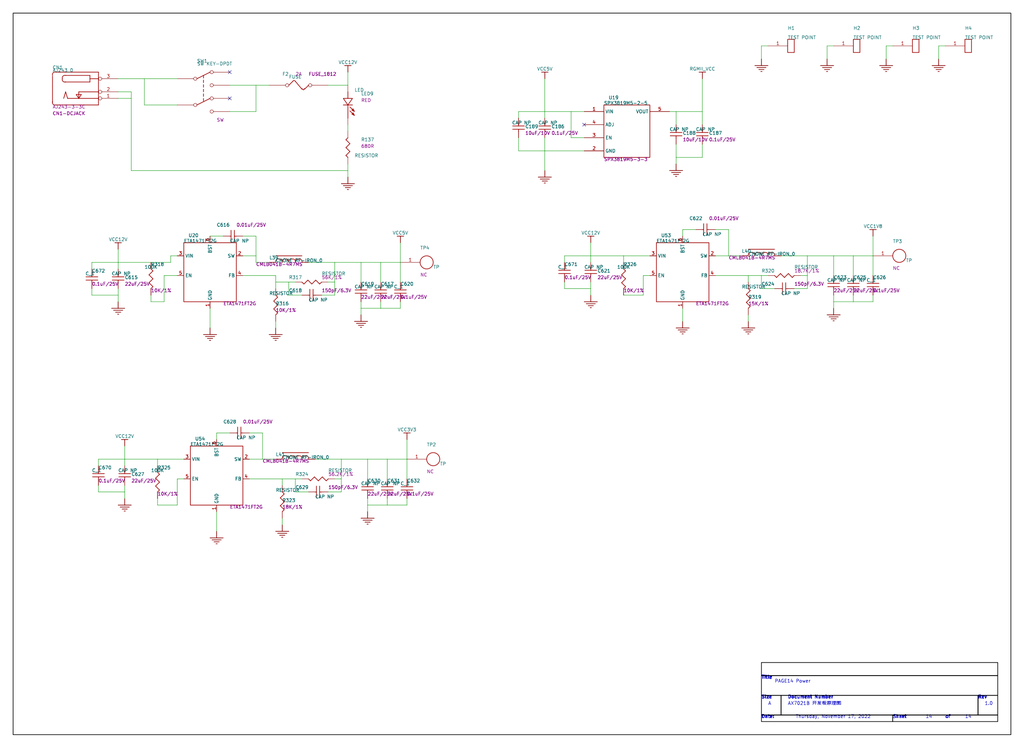
<source format=kicad_sch>
(kicad_sch (version 20231120) (generator "eeschema") (generator_version "8.0")
  (paper "User" 396.24 289.56)
  (title_block (title "PAGE14 Power"))
  (no_connect (at 88.9 27.94))
  (no_connect (at 226.06 48.26))
  (no_connect (at 88.9 38.1))
  (wire (pts (xy 157.48 195.58) (xy 157.48 193.04)))
  (wire (pts (xy 101.6 167.64) (xy 96.52 167.64)))
  (wire (pts (xy 109.22 185.42) (xy 96.52 185.42)))
  (wire (pts (xy 139.7 109.22) (xy 139.7 101.6)))
  (wire (pts (xy 259.08 43.18) (xy 261.62 43.18)))
  (wire (pts (xy 228.6 101.6) (xy 228.6 99.06)))
  (wire (pts (xy 50.8 66.04) (xy 50.8 38.1)))
  (wire (pts (xy 210.82 58.42) (xy 200.66 58.42)))
  (wire (pts (xy 68.58 195.58) (xy 60.96 195.58)))
  (wire (pts (xy 271.78 48.26) (xy 271.78 43.18)))
  (wire (pts (xy 55.88 30.48) (xy 45.72 30.48)))
  (wire (pts (xy 226.06 53.34) (xy 220.98 53.34)))
  (wire (pts (xy 99.06 33.02) (xy 88.9 33.02)))
  (wire (pts (xy 322.58 119.38) (xy 322.58 116.84)))
  (wire (pts (xy 88.9 43.18) (xy 99.06 43.18)))
  (wire (pts (xy 322.58 106.68) (xy 322.58 99.06)))
  (wire (pts (xy 99.06 101.6) (xy 99.06 99.06)))
  (wire (pts (xy 218.44 111.76) (xy 218.44 109.22)))
  (wire (pts (xy 210.82 58.42) (xy 210.82 53.34)))
  (wire (pts (xy 35.56 101.6) (xy 35.56 104.14)))
  (wire (pts (xy 264.16 88.9) (xy 269.24 88.9)))
  (wire (pts (xy 121.92 177.8) (xy 132.08 177.8)))
  (wire (pts (xy 228.6 99.06) (xy 241.3 99.06)))
  (wire (pts (xy 106.68 109.22) (xy 106.68 111.76)))
  (wire (pts (xy 261.62 60.96) (xy 261.62 55.88)))
  (wire (pts (xy 228.6 109.22) (xy 228.6 111.76)))
  (wire (pts (xy 220.98 43.18) (xy 226.06 43.18)))
  (wire (pts (xy 129.54 114.3) (xy 129.54 109.22)))
  (wire (pts (xy 142.24 177.8) (xy 132.08 177.8)))
  (wire (pts (xy 271.78 55.88) (xy 271.78 60.96)))
  (wire (pts (xy 111.76 109.22) (xy 106.68 109.22)))
  (wire (pts (xy 134.62 66.04) (xy 50.8 66.04)))
  (wire (pts (xy 60.96 177.8) (xy 48.26 177.8)))
  (wire (pts (xy 139.7 121.92) (xy 139.7 119.38)))
  (wire (pts (xy 99.06 91.44) (xy 93.98 91.44)))
  (wire (pts (xy 111.76 114.3) (xy 111.76 109.22)))
  (wire (pts (xy 261.62 43.18) (xy 271.78 43.18)))
  (wire (pts (xy 322.58 99.06) (xy 312.42 99.06)))
  (wire (pts (xy 281.94 88.9) (xy 276.86 88.9)))
  (wire (pts (xy 132.08 185.42) (xy 129.54 185.42)))
  (wire (pts (xy 342.9 17.78) (xy 342.9 22.86)))
  (wire (pts (xy 38.1 177.8) (xy 38.1 180.34)))
  (wire (pts (xy 129.54 109.22) (xy 127 109.22)))
  (wire (pts (xy 330.2 99.06) (xy 337.82 99.06)))
  (wire (pts (xy 104.14 33.02) (xy 99.06 33.02)))
  (wire (pts (xy 106.68 106.68) (xy 93.98 106.68)))
  (wire (pts (xy 322.58 17.78) (xy 320.04 17.78)))
  (wire (pts (xy 289.56 124.46) (xy 289.56 121.92)))
  (wire (pts (xy 48.26 187.96) (xy 48.26 190.5)))
  (wire (pts (xy 45.72 114.3) (xy 35.56 114.3)))
  (wire (pts (xy 251.46 99.06) (xy 241.3 99.06)))
  (wire (pts (xy 307.34 111.76) (xy 312.42 111.76)))
  (wire (pts (xy 132.08 190.5) (xy 132.08 185.42)))
  (wire (pts (xy 86.36 91.44) (xy 81.28 91.44)))
  (wire (pts (xy 271.78 60.96) (xy 261.62 60.96)))
  (wire (pts (xy 99.06 99.06) (xy 99.06 91.44)))
  (wire (pts (xy 132.08 177.8) (xy 132.08 185.42)))
  (wire (pts (xy 96.52 177.8) (xy 101.6 177.8)))
  (wire (pts (xy 149.86 185.42) (xy 149.86 177.8)))
  (wire (pts (xy 289.56 109.22) (xy 289.56 106.68)))
  (wire (pts (xy 281.94 99.06) (xy 281.94 88.9)))
  (wire (pts (xy 149.86 177.8) (xy 157.48 177.8)))
  (wire (pts (xy 127 190.5) (xy 132.08 190.5)))
  (wire (pts (xy 68.58 30.48) (xy 55.88 30.48)))
  (wire (pts (xy 264.16 124.46) (xy 264.16 119.38)))
  (wire (pts (xy 157.48 185.42) (xy 157.48 177.8)))
  (wire (pts (xy 45.72 101.6) (xy 35.56 101.6)))
  (wire (pts (xy 210.82 45.72) (xy 210.82 43.18)))
  (wire (pts (xy 228.6 111.76) (xy 218.44 111.76)))
  (wire (pts (xy 71.12 177.8) (xy 60.96 177.8)))
  (wire (pts (xy 60.96 180.34) (xy 60.96 177.8)))
  (wire (pts (xy 287.02 99.06) (xy 281.94 99.06)))
  (wire (pts (xy 83.82 205.74) (xy 83.82 198.12)))
  (wire (pts (xy 220.98 53.34) (xy 220.98 43.18)))
  (wire (pts (xy 294.64 17.78) (xy 294.64 22.86)))
  (wire (pts (xy 289.56 106.68) (xy 276.86 106.68)))
  (wire (pts (xy 363.22 22.86) (xy 363.22 17.78)))
  (wire (pts (xy 104.14 101.6) (xy 99.06 101.6)))
  (wire (pts (xy 261.62 63.5) (xy 261.62 60.96)))
  (wire (pts (xy 45.72 114.3) (xy 45.72 116.84)))
  (wire (pts (xy 48.26 190.5) (xy 48.26 193.04)))
  (wire (pts (xy 322.58 99.06) (xy 330.2 99.06)))
  (wire (pts (xy 50.8 35.56) (xy 50.8 38.1)))
  (wire (pts (xy 363.22 17.78) (xy 365.76 17.78)))
  (wire (pts (xy 149.86 193.04) (xy 149.86 195.58)))
  (wire (pts (xy 228.6 111.76) (xy 228.6 114.3)))
  (wire (pts (xy 297.18 17.78) (xy 294.64 17.78)))
  (wire (pts (xy 312.42 99.06) (xy 312.42 106.68)))
  (wire (pts (xy 99.06 43.18) (xy 99.06 33.02)))
  (wire (pts (xy 228.6 93.98) (xy 228.6 99.06)))
  (wire (pts (xy 106.68 127) (xy 106.68 124.46)))
  (wire (pts (xy 134.62 27.94) (xy 134.62 33.02)))
  (wire (pts (xy 330.2 116.84) (xy 322.58 116.84)))
  (wire (pts (xy 248.92 114.3) (xy 241.3 114.3)))
  (wire (pts (xy 297.18 106.68) (xy 294.64 106.68)))
  (wire (pts (xy 142.24 198.12) (xy 142.24 195.58)))
  (wire (pts (xy 66.04 99.06) (xy 68.58 99.06)))
  (wire (pts (xy 337.82 99.06) (xy 337.82 91.44)))
  (wire (pts (xy 142.24 195.58) (xy 142.24 193.04)))
  (wire (pts (xy 330.2 114.3) (xy 330.2 116.84)))
  (wire (pts (xy 320.04 17.78) (xy 320.04 22.86)))
  (wire (pts (xy 48.26 190.5) (xy 38.1 190.5)))
  (wire (pts (xy 330.2 106.68) (xy 330.2 99.06)))
  (wire (pts (xy 312.42 111.76) (xy 312.42 106.68)))
  (wire (pts (xy 322.58 116.84) (xy 322.58 114.3)))
  (wire (pts (xy 48.26 177.8) (xy 48.26 172.72)))
  (wire (pts (xy 119.38 190.5) (xy 114.3 190.5)))
  (wire (pts (xy 154.94 109.22) (xy 154.94 101.6)))
  (wire (pts (xy 83.82 167.64) (xy 88.9 167.64)))
  (wire (pts (xy 302.26 99.06) (xy 312.42 99.06)))
  (wire (pts (xy 142.24 185.42) (xy 142.24 177.8)))
  (wire (pts (xy 251.46 106.68) (xy 248.92 106.68)))
  (wire (pts (xy 248.92 106.68) (xy 248.92 114.3)))
  (wire (pts (xy 276.86 99.06) (xy 281.94 99.06)))
  (wire (pts (xy 45.72 101.6) (xy 58.42 101.6)))
  (wire (pts (xy 294.64 111.76) (xy 294.64 106.68)))
  (wire (pts (xy 147.32 116.84) (xy 147.32 119.38)))
  (wire (pts (xy 114.3 109.22) (xy 111.76 109.22)))
  (wire (pts (xy 45.72 104.14) (xy 45.72 101.6)))
  (wire (pts (xy 157.48 177.8) (xy 157.48 170.18)))
  (wire (pts (xy 154.94 101.6) (xy 154.94 93.98)))
  (wire (pts (xy 147.32 119.38) (xy 139.7 119.38)))
  (wire (pts (xy 81.28 127) (xy 81.28 119.38)))
  (wire (pts (xy 48.26 177.8) (xy 38.1 177.8)))
  (wire (pts (xy 55.88 40.64) (xy 55.88 30.48)))
  (wire (pts (xy 142.24 177.8) (xy 149.86 177.8)))
  (wire (pts (xy 134.62 66.04) (xy 134.62 63.5)))
  (wire (pts (xy 129.54 101.6) (xy 129.54 109.22)))
  (wire (pts (xy 116.84 185.42) (xy 114.3 185.42)))
  (wire (pts (xy 312.42 106.68) (xy 309.88 106.68)))
  (wire (pts (xy 337.82 116.84) (xy 337.82 114.3)))
  (wire (pts (xy 50.8 38.1) (xy 45.72 38.1)))
  (wire (pts (xy 109.22 203.2) (xy 109.22 200.66)))
  (wire (pts (xy 261.62 48.26) (xy 261.62 43.18)))
  (wire (pts (xy 109.22 187.96) (xy 109.22 185.42)))
  (wire (pts (xy 119.38 101.6) (xy 129.54 101.6)))
  (wire (pts (xy 45.72 111.76) (xy 45.72 114.3)))
  (wire (pts (xy 294.64 106.68) (xy 289.56 106.68)))
  (wire (pts (xy 45.72 35.56) (xy 50.8 35.56)))
  (wire (pts (xy 101.6 177.8) (xy 101.6 167.64)))
  (wire (pts (xy 147.32 101.6) (xy 154.94 101.6)))
  (wire (pts (xy 149.86 195.58) (xy 157.48 195.58)))
  (wire (pts (xy 154.94 119.38) (xy 154.94 116.84)))
  (wire (pts (xy 147.32 109.22) (xy 147.32 101.6)))
  (wire (pts (xy 114.3 185.42) (xy 109.22 185.42)))
  (wire (pts (xy 58.42 101.6) (xy 66.04 101.6)))
  (wire (pts (xy 134.62 33.02) (xy 127 33.02)))
  (wire (pts (xy 226.06 58.42) (xy 210.82 58.42)))
  (wire (pts (xy 116.84 114.3) (xy 111.76 114.3)))
  (wire (pts (xy 45.72 96.52) (xy 45.72 101.6)))
  (wire (pts (xy 139.7 119.38) (xy 139.7 116.84)))
  (wire (pts (xy 58.42 116.84) (xy 58.42 114.3)))
  (wire (pts (xy 93.98 99.06) (xy 99.06 99.06)))
  (wire (pts (xy 149.86 195.58) (xy 142.24 195.58)))
  (wire (pts (xy 106.68 177.8) (xy 101.6 177.8)))
  (wire (pts (xy 68.58 40.64) (xy 55.88 40.64)))
  (wire (pts (xy 38.1 190.5) (xy 38.1 187.96)))
  (wire (pts (xy 337.82 106.68) (xy 337.82 99.06)))
  (wire (pts (xy 66.04 101.6) (xy 66.04 99.06)))
  (wire (pts (xy 35.56 114.3) (xy 35.56 111.76)))
  (wire (pts (xy 134.62 48.26) (xy 134.62 50.8)))
  (wire (pts (xy 134.62 68.58) (xy 134.62 66.04)))
  (wire (pts (xy 114.3 190.5) (xy 114.3 185.42)))
  (wire (pts (xy 345.44 17.78) (xy 342.9 17.78)))
  (wire (pts (xy 210.82 43.18) (xy 200.66 43.18)))
  (wire (pts (xy 271.78 43.18) (xy 271.78 30.48)))
  (wire (pts (xy 106.68 109.22) (xy 106.68 106.68)))
  (wire (pts (xy 241.3 99.06) (xy 241.3 101.6)))
  (wire (pts (xy 68.58 185.42) (xy 68.58 195.58)))
  (wire (pts (xy 71.12 185.42) (xy 68.58 185.42)))
  (wire (pts (xy 139.7 101.6) (xy 129.54 101.6)))
  (wire (pts (xy 60.96 195.58) (xy 60.96 193.04)))
  (wire (pts (xy 330.2 116.84) (xy 337.82 116.84)))
  (wire (pts (xy 220.98 43.18) (xy 210.82 43.18)))
  (wire (pts (xy 63.5 106.68) (xy 63.5 116.84)))
  (wire (pts (xy 147.32 119.38) (xy 154.94 119.38)))
  (wire (pts (xy 63.5 116.84) (xy 58.42 116.84)))
  (wire (pts (xy 124.46 114.3) (xy 129.54 114.3)))
  (wire (pts (xy 210.82 43.18) (xy 210.82 30.48)))
  (wire (pts (xy 83.82 170.18) (xy 83.82 167.64)))
  (wire (pts (xy 48.26 180.34) (xy 48.26 177.8)))
  (wire (pts (xy 264.16 91.44) (xy 264.16 88.9)))
  (wire (pts (xy 218.44 99.06) (xy 218.44 101.6)))
  (wire (pts (xy 228.6 99.06) (xy 218.44 99.06)))
  (wire (pts (xy 299.72 111.76) (xy 294.64 111.76)))
  (wire (pts (xy 68.58 106.68) (xy 63.5 106.68)))
  (wire (pts (xy 200.66 43.18) (xy 200.66 45.72)))
  (wire (pts (xy 139.7 101.6) (xy 147.32 101.6)))
  (wire (pts (xy 200.66 58.42) (xy 200.66 53.34)))
  (wire (pts (xy 210.82 66.04) (xy 210.82 58.42)))
  (rectangle (start 386.08 276.86) (end 345.44 279.4) (stroke (width 0.254) (color 0 0 0 1)))
  (rectangle (start 386.08 269.24) (end 378.46 276.86) (stroke (width 0.254) (color 0 0 0 1)))
  (rectangle (start 386.08 261.62) (end 294.64 269.24) (stroke (width 0.254) (color 0 0 0 1)))
  (rectangle (start 386.08 256.54) (end 294.64 261.62) (stroke (width 0.254) (color 0 0 0 1)))
  (rectangle (start 345.44 276.86) (end 294.64 279.4) (stroke (width 0.254) (color 0 0 0 1)))
  (rectangle (start 302.26 269.24) (end 294.64 276.86) (stroke (width 0.254) (color 0 0 0 1)))
  (rectangle (start 378.46 269.24) (end 302.26 276.86) (stroke (width 0.254) (color 0 0 0 1)))
  (rectangle (start 391.16 5.08) (end 5.08 284.48) (stroke (width 0.254) (color 0 0 0 1)))
  (text "Size" (at 294.64 269.24 0) (effects (font (size 1.27 1.27)) (justify left top)))
  (text "Size" (at 294.64 269.24 0) (effects (font (size 1.27 1.27)) (justify left top)))
  (text "Sheet" (at 345.44 276.86 0) (effects (font (size 1.27 1.27)) (justify left top)))
  (text "Title" (at 294.64 261.62 0) (effects (font (size 1.27 1.27)) (justify left top)))
  (text "Size" (at 294.64 269.24 0) (effects (font (size 1.27 1.27)) (justify left top)))
  (text "Title" (at 294.64 261.62 0) (effects (font (size 1.27 1.27)) (justify left top)))
  (text "Date:" (at 294.64 276.86 0) (effects (font (size 1.27 1.27)) (justify left top)))
  (text "Rev" (at 378.46 269.24 0) (effects (font (size 1.27 1.27)) (justify left top)))
  (text "Document Number" (at 304.8 269.24 0) (effects (font (size 1.27 1.27)) (justify left top)))
  (text "Document Number" (at 304.8 269.24 0) (effects (font (size 1.27 1.27)) (justify left top)))
  (text "Rev" (at 378.46 269.24 0) (effects (font (size 1.27 1.27)) (justify left top)))
  (text "Size" (at 294.64 269.24 0) (effects (font (size 1.27 1.27)) (justify left top)))
  (text "of" (at 365.76 276.86 0) (effects (font (size 1.27 1.27)) (justify left top)))
  (text "Date:" (at 294.64 276.86 0) (effects (font (size 1.27 1.27)) (justify left top)))
  (text "of" (at 365.76 276.86 0) (effects (font (size 1.27 1.27)) (justify left top)))
  (text "Title" (at 294.64 261.62 0) (effects (font (size 1.27 1.27)) (justify left top)))
  (text "Document Number" (at 304.8 269.24 0) (effects (font (size 1.27 1.27)) (justify left top)))
  (text "Sheet" (at 345.44 276.86 0) (effects (font (size 1.27 1.27)) (justify left top)))
  (text "Sheet" (at 345.44 276.86 0) (effects (font (size 1.27 1.27)) (justify left top)))
  (text "Rev" (at 378.46 269.24 0) (effects (font (size 1.27 1.27)) (justify left top)))
  (text "Document Number" (at 304.8 269.24 0) (effects (font (size 1.27 1.27)) (justify left top)))
  (text "1.0" (at 381 271.78 0) (effects (font (size 1.27 1.27)) (justify left top)))
  (text "Date:" (at 294.64 276.86 0) (effects (font (size 1.27 1.27)) (justify left top)))
  (text "Document Number" (at 304.8 269.24 0) (effects (font (size 1.27 1.27)) (justify left top)))
  (text "Rev" (at 378.46 269.24 0) (effects (font (size 1.27 1.27)) (justify left top)))
  (text "Sheet" (at 345.44 276.86 0) (effects (font (size 1.27 1.27)) (justify left top)))
  (text "Document Number" (at 304.8 269.24 0) (effects (font (size 1.27 1.27)) (justify left top)))
  (text "Sheet" (at 345.44 276.86 0) (effects (font (size 1.27 1.27)) (justify left top)))
  (text "Document Number" (at 304.8 269.24 0) (effects (font (size 1.27 1.27)) (justify left top)))
  (text "of" (at 365.76 276.86 0) (effects (font (size 1.27 1.27)) (justify left top)))
  (text "Rev" (at 378.46 269.24 0) (effects (font (size 1.27 1.27)) (justify left top)))
  (text "Title" (at 294.64 261.62 0) (effects (font (size 1.27 1.27)) (justify left top)))
  (text "Document Number" (at 304.8 269.24 0) (effects (font (size 1.27 1.27)) (justify left top)))
  (text "Date:" (at 294.64 276.86 0) (effects (font (size 1.27 1.27)) (justify left top)))
  (text "Rev" (at 378.46 269.24 0) (effects (font (size 1.27 1.27)) (justify left top)))
  (text "Sheet" (at 345.44 276.86 0) (effects (font (size 1.27 1.27)) (justify left top)))
  (text "of" (at 365.76 276.86 0) (effects (font (size 1.27 1.27)) (justify left top)))
  (text "Document Number" (at 304.8 269.24 0) (effects (font (size 1.27 1.27)) (justify left top)))
  (text "Sheet" (at 345.44 276.86 0) (effects (font (size 1.27 1.27)) (justify left top)))
  (text "of" (at 365.76 276.86 0) (effects (font (size 1.27 1.27)) (justify left top)))
  (text "Title" (at 294.64 261.62 0) (effects (font (size 1.27 1.27)) (justify left top)))
  (text "Size" (at 294.64 269.24 0) (effects (font (size 1.27 1.27)) (justify left top)))
  (text "of" (at 365.76 276.86 0) (effects (font (size 1.27 1.27)) (justify left top)))
  (text "Size" (at 294.64 269.24 0) (effects (font (size 1.27 1.27)) (justify left top)))
  (text "Title" (at 294.64 261.62 0) (effects (font (size 1.27 1.27)) (justify left top)))
  (text "Sheet" (at 345.44 276.86 0) (effects (font (size 1.27 1.27)) (justify left top)))
  (text "Sheet" (at 345.44 276.86 0) (effects (font (size 1.27 1.27)) (justify left top)))
  (text "Sheet" (at 345.44 276.86 0) (effects (font (size 1.27 1.27)) (justify left top)))
  (text "Title" (at 294.64 261.62 0) (effects (font (size 1.27 1.27)) (justify left top)))
  (text "Title" (at 294.64 261.62 0) (effects (font (size 1.27 1.27)) (justify left top)))
  (text "AX7021B 开发板原理图" (at 304.8 271.78 0) (effects (font (size 1.27 1.27)) (justify left top)))
  (text "of" (at 365.76 276.86 0) (effects (font (size 1.27 1.27)) (justify left top)))
  (text "Sheet" (at 345.44 276.86 0) (effects (font (size 1.27 1.27)) (justify left top)))
  (text "of" (at 365.76 276.86 0) (effects (font (size 1.27 1.27)) (justify left top)))
  (text "Date:" (at 294.64 276.86 0) (effects (font (size 1.27 1.27)) (justify left top)))
  (text "Title" (at 294.64 261.62 0) (effects (font (size 1.27 1.27)) (justify left top)))
  (text "Rev" (at 378.46 269.24 0) (effects (font (size 1.27 1.27)) (justify left top)))
  (text "Title" (at 294.64 261.62 0) (effects (font (size 1.27 1.27)) (justify left top)))
  (text "Date:" (at 294.64 276.86 0) (effects (font (size 1.27 1.27)) (justify left top)))
  (text "Date:" (at 294.64 276.86 0) (effects (font (size 1.27 1.27)) (justify left top)))
  (text "Size" (at 294.64 269.24 0) (effects (font (size 1.27 1.27)) (justify left top)))
  (text "Title" (at 294.64 261.62 0) (effects (font (size 1.27 1.27)) (justify left top)))
  (text "Title" (at 294.64 261.62 0) (effects (font (size 1.27 1.27)) (justify left top)))
  (text "Rev" (at 378.46 269.24 0) (effects (font (size 1.27 1.27)) (justify left top)))
  (text "Title" (at 294.64 261.62 0) (effects (font (size 1.27 1.27)) (justify left top)))
  (text "14" (at 373.38 276.86 0) (effects (font (size 1.27 1.27)) (justify left top)))
  (text "of" (at 365.76 276.86 0) (effects (font (size 1.27 1.27)) (justify left top)))
  (text "A" (at 297.18 271.78 0) (effects (font (size 1.27 1.27)) (justify left top)))
  (text "Title" (at 294.64 261.62 0) (effects (font (size 1.27 1.27)) (justify left top)))
  (text "Date:" (at 294.64 276.86 0) (effects (font (size 1.27 1.27)) (justify left top)))
  (text "Size" (at 294.64 269.24 0) (effects (font (size 1.27 1.27)) (justify left top)))
  (text "Sheet" (at 345.44 276.86 0) (effects (font (size 1.27 1.27)) (justify left top)))
  (text "Date:" (at 294.64 276.86 0) (effects (font (size 1.27 1.27)) (justify left top)))
  (text "Date:" (at 294.64 276.86 0) (effects (font (size 1.27 1.27)) (justify left top)))
  (text "Thursday, November 17, 2022" (at 307.848 276.86 0) (effects (font (size 1.27 1.27)) (justify left top)))
  (text "Size" (at 294.64 269.24 0) (effects (font (size 1.27 1.27)) (justify left top)))
  (text "Date:" (at 294.64 276.86 0) (effects (font (size 1.27 1.27)) (justify left top)))
  (text "Document Number" (at 304.8 269.24 0) (effects (font (size 1.27 1.27)) (justify left top)))
  (text "Document Number" (at 304.8 269.24 0) (effects (font (size 1.27 1.27)) (justify left top)))
  (text "Document Number" (at 304.8 269.24 0) (effects (font (size 1.27 1.27)) (justify left top)))
  (text "of" (at 365.76 276.86 0) (effects (font (size 1.27 1.27)) (justify left top)))
  (text "14" (at 358.14 276.86 0) (effects (font (size 1.27 1.27)) (justify left top)))
  (text "Size" (at 294.64 269.24 0) (effects (font (size 1.27 1.27)) (justify left top)))
  (text "of" (at 365.76 276.86 0) (effects (font (size 1.27 1.27)) (justify left top)))
  (text "of" (at 365.76 276.86 0) (effects (font (size 1.27 1.27)) (justify left top)))
  (text "Rev" (at 378.46 269.24 0) (effects (font (size 1.27 1.27)) (justify left top)))
  (text "Rev" (at 378.46 269.24 0) (effects (font (size 1.27 1.27)) (justify left top)))
  (text "Sheet" (at 345.44 276.86 0) (effects (font (size 1.27 1.27)) (justify left top)))
  (text "Document Number" (at 304.8 269.24 0) (effects (font (size 1.27 1.27)) (justify left top)))
  (text "PAGE14 Power" (at 299.72 263.144 0) (effects (font (size 1.27 1.27)) (justify left top)))
  (text "Size" (at 294.64 269.24 0) (effects (font (size 1.27 1.27)) (justify left top)))
  (text "Rev" (at 378.46 269.24 0) (effects (font (size 1.27 1.27)) (justify left top)))
  (text "Rev" (at 378.46 269.24 0) (effects (font (size 1.27 1.27)) (justify left top)))
  (text "Date:" (at 294.64 276.86 0) (effects (font (size 1.27 1.27)) (justify left top)))
  (text "Sheet" (at 345.44 276.86 0) (effects (font (size 1.27 1.27)) (justify left top)))
  (text "Size" (at 294.64 269.24 0) (effects (font (size 1.27 1.27)) (justify left top)))
  (text "Date:" (at 294.64 276.86 0) (effects (font (size 1.27 1.27)) (justify left top)))
  (text "Document Number" (at 304.8 269.24 0) (effects (font (size 1.27 1.27)) (justify left top)))
  (text "of" (at 365.76 276.86 0) (effects (font (size 1.27 1.27)) (justify left top)))
  (text "Rev" (at 378.46 269.24 0) (effects (font (size 1.27 1.27)) (justify left top)))
  (text "Size" (at 294.64 269.24 0) (effects (font (size 1.27 1.27)) (justify left top)))
  (text "Size" (at 294.64 269.24 0) (effects (font (size 1.27 1.27)) (justify left top)))
  (text "Date:" (at 294.64 276.86 0) (effects (font (size 1.27 1.27)) (justify left top)))
  (text "Rev" (at 378.46 269.24 0) (effects (font (size 1.27 1.27)) (justify left top)))
  (text "of" (at 365.76 276.86 0) (effects (font (size 1.27 1.27)) (justify left top)))
  (symbol (lib_id "getting sheets-altium-import:root_0_TEST POINT") (at 330.2 15.24 0) (unit 1)
    (property "Reference" "H2" (at 330.2 10.16 0) (effects (justify left top)))
    (property "Value" "TEST POINT" (at 330.2 15.24 0) (effects (justify left bottom)))
    (property "SYMBOL" "TEST POINT" (effects (hide yes)))
    (property "DEVICE" "TEST POINT" (effects (hide yes)))
    (property "PCB FOOTPRINT" "HOLE" (effects (hide yes)))
    (property "SOURCE PACKAGE" "TEST POINT" (effects (hide yes)))
    (property "PRIMITIVE" "DEFAULT" (effects (hide yes)))
    (property "ALTIUM_VALUE" "NC" (effects (hide yes)))
    (property "IMPLEMENTATION TYPE" "<none>" (effects (hide yes)))
    (property "POWER PINS VISIBLE" "False" (effects (hide yes)))
    (property "ADD INTO BOM" "yes" (effects (hide yes)))
    (property "CONVERT TO PCB" "yes" (effects (hide yes)))
    (property "ORIGIN FOOTPRINT" "HOLE" (effects (hide yes)))
  )
  (symbol (lib_id "getting sheets-altium-import:root_0_C_1") (at 152.4 111.76 0) (unit 1)
    (property "Reference" "C620" (at 154.94 109.22 0) (effects (justify left top)))
    (property "Value" "C_1" (at 152.4 111.76 0) (effects (justify left bottom)))
    (property "SYMBOL" "C_1" (effects (hide yes)))
    (property "DEVICE" "C_1" (effects (hide yes)))
    (property "PCB FOOTPRINT" "C0402" (effects (hide yes)))
    (property "SOURCE PACKAGE" "C_1" (effects (hide yes)))
    (property "PRIMITIVE" "DEFAULT" (effects (hide yes)))
    (property "VA" "电容" (effects (hide yes)))
    (property "PART NUMBER" "1802-00187D" (effects (hide yes)))
    (property "ALTIUM_VALUE" "0.1uF/25V" (at 154.94 114.3 0) (effects (justify left top)))
    (property "IMPLEMENTATION TYPE" "<none>" (effects (hide yes)))
    (property "POWER PINS VISIBLE" "False" (effects (hide yes)))
    (property "ADD INTO BOM" "yes" (effects (hide yes)))
    (property "CONVERT TO PCB" "yes" (effects (hide yes)))
    (property "ORIGIN FOOTPRINT" "C0402" (effects (hide yes)))
  )
  (symbol (lib_id "getting sheets-altium-import:root_0_100K") (at 238.76 104.14 0) (unit 1)
    (property "Reference" "R326" (at 241.3 101.6 0) (effects (justify left top)))
    (property "Value" "100K" (at 238.76 104.14 0) (effects (justify left bottom)))
    (property "SYMBOL" "100K" (effects (hide yes)))
    (property "DEVICE" "100K" (effects (hide yes)))
    (property "PCB FOOTPRINT" "R0402" (effects (hide yes)))
    (property "SOURCE PACKAGE" "100K" (effects (hide yes)))
    (property "PRIMITIVE" "DEFAULT" (effects (hide yes)))
    (property "VA" "电阻" (effects (hide yes)))
    (property "ALTIUM_VALUE" "10K/1%" (at 241.3 111.76 0) (effects (justify left top)))
    (property "IMPLEMENTATION TYPE" "<none>" (effects (hide yes)))
    (property "POWER PINS VISIBLE" "False" (effects (hide yes)))
    (property "MANUFACTURER" "YAGEO" (effects (hide yes)))
    (property "PART NUMBER" "RC0402JR-07100KL" (effects (hide yes)))
    (property "ADD INTO BOM" "yes" (effects (hide yes)))
    (property "CONVERT TO PCB" "yes" (effects (hide yes)))
    (property "ORIGIN FOOTPRINT" "R0402" (effects (hide yes)))
  )
  (symbol (lib_id "getting sheets-altium-import:root_2_TP") (at 167.64 104.14 0) (unit 1)
    (property "Reference" "TP4" (at 162.56 95.25 0) (effects (justify left top)))
    (property "Value" "TP" (at 167.64 104.14 0) (effects (justify left bottom)))
    (property "SYMBOL" "TP" (effects (hide yes)))
    (property "DEVICE" "TP" (effects (hide yes)))
    (property "PCB FOOTPRINT" "MARK" (effects (hide yes)))
    (property "SOURCE PACKAGE" "TP" (effects (hide yes)))
    (property "PRIMITIVE" "DEFAULT" (effects (hide yes)))
    (property "PANGO PART NUMBER" "NC_TP" (effects (hide yes)))
    (property "PART NUMBER" "NC_TP" (effects (hide yes)))
    (property "PART TYPE" "Misc" (effects (hide yes)))
    (property "ALTIUM_VALUE" "NC" (at 162.56 105.664 0) (effects (justify left top)))
    (property "IMPLEMENTATION TYPE" "<none>" (effects (hide yes)))
    (property "POWER PINS VISIBLE" "False" (effects (hide yes)))
    (property "ADD INTO BOM" "yes" (effects (hide yes)))
    (property "CONVERT TO PCB" "yes" (effects (hide yes)))
    (property "ORIGIN FOOTPRINT" "MARK" (effects (hide yes)))
  )
  (symbol (lib_id "getting sheets-altium-import:root_3_RESISTOR") (at 307.34 104.14 0) (unit 1)
    (property "Reference" "R320" (at 294.64 104.14 0) (effects (justify left top)))
    (property "Value" "RESISTOR" (at 307.34 104.14 0) (effects (justify left bottom)))
    (property "SYMBOL" "RESISTOR" (effects (hide yes)))
    (property "DEVICE" "RESISTOR" (effects (hide yes)))
    (property "PCB FOOTPRINT" "R0402" (effects (hide yes)))
    (property "SOURCE PACKAGE" "RESISTOR" (effects (hide yes)))
    (property "PRIMITIVE" "DEFAULT" (effects (hide yes)))
    (property "VA" "电阻" (effects (hide yes)))
    (property "ALTIUM_VALUE" "18.7K/1%" (at 307.34 104.14 0) (effects (justify left top)))
    (property "IMPLEMENTATION TYPE" "<none>" (effects (hide yes)))
    (property "POWER PINS VISIBLE" "False" (effects (hide yes)))
    (property "ADD INTO BOM" "yes" (effects (hide yes)))
    (property "CONVERT TO PCB" "yes" (effects (hide yes)))
    (property "ORIGIN FOOTPRINT" "R0402" (effects (hide yes)))
  )
  (symbol (lib_id "getting sheets-altium-import:VCC3V3_BAR") (at 157.48 170.18 180) (unit 1)
    (property "Reference" "#PWR?" (effects (hide yes)))
    (property "Value" "VCC3V3" (at 157.48 166.37 0))
  )
  (symbol (lib_id "getting sheets-altium-import:root_1_CAP NP") (at 91.44 170.18 0) (unit 1)
    (property "Reference" "C628" (at 86.36 162.56 0) (effects (justify left top)))
    (property "Value" "CAP NP" (at 91.44 170.18 0) (effects (justify left bottom)))
    (property "SYMBOL" "CAP NP" (effects (hide yes)))
    (property "DEVICE" "CAP NP" (effects (hide yes)))
    (property "PCB FOOTPRINT" "C0402" (effects (hide yes)))
    (property "SOURCE PACKAGE" "CAP NP" (effects (hide yes)))
    (property "PRIMITIVE" "DEFAULT" (effects (hide yes)))
    (property "VA" "电容" (effects (hide yes)))
    (property "ALTIUM_VALUE" "0.01uF/25V" (at 93.98 162.56 0) (effects (justify left top)))
    (property "IMPLEMENTATION TYPE" "<none>" (effects (hide yes)))
    (property "POWER PINS VISIBLE" "False" (effects (hide yes)))
    (property "ADD INTO BOM" "yes" (effects (hide yes)))
    (property "CONVERT TO PCB" "yes" (effects (hide yes)))
    (property "ORIGIN FOOTPRINT" "C0402" (effects (hide yes)))
  )
  (symbol (lib_id "getting sheets-altium-import:root_3_LED") (at 137.16 35.56 0) (unit 1)
    (property "Reference" "LED9" (at 139.7 35.56 0) (effects (justify left top)))
    (property "Value" "LED" (at 137.16 35.56 0) (effects (justify left bottom)))
    (property "SYMBOL" "LED" (effects (hide yes)))
    (property "DEVICE" "LED" (effects (hide yes)))
    (property "PCB FOOTPRINT" "LED0805" (effects (hide yes)))
    (property "SOURCE PACKAGE" "LED" (effects (hide yes)))
    (property "PRIMITIVE" "DEFAULT" (effects (hide yes)))
    (property "VA" "红色LED灯" (effects (hide yes)))
    (property "ALTIUM_VALUE" "RED" (at 139.7 38.1 0) (effects (justify left top)))
    (property "IMPLEMENTATION TYPE" "<none>" (effects (hide yes)))
    (property "POWER PINS VISIBLE" "False" (effects (hide yes)))
    (property "ADD INTO BOM" "yes" (effects (hide yes)))
    (property "CONVERT TO PCB" "yes" (effects (hide yes)))
    (property "ORIGIN FOOTPRINT" "LED0805" (effects (hide yes)))
  )
  (symbol (lib_id "getting sheets-altium-import:root_0_C_1") (at 215.9 104.14 0) (unit 1)
    (property "Reference" "C671" (at 218.44 101.6 0) (effects (justify left top)))
    (property "Value" "C_1" (at 215.9 104.14 0) (effects (justify left bottom)))
    (property "SYMBOL" "C_1" (effects (hide yes)))
    (property "DEVICE" "C_1" (effects (hide yes)))
    (property "PCB FOOTPRINT" "C0402" (effects (hide yes)))
    (property "SOURCE PACKAGE" "C_1" (effects (hide yes)))
    (property "PRIMITIVE" "DEFAULT" (effects (hide yes)))
    (property "VA" "电容" (effects (hide yes)))
    (property "PART NUMBER" "1802-00187D" (effects (hide yes)))
    (property "ALTIUM_VALUE" "0.1uF/25V" (at 218.44 106.68 0) (effects (justify left top)))
    (property "IMPLEMENTATION TYPE" "<none>" (effects (hide yes)))
    (property "POWER PINS VISIBLE" "False" (effects (hide yes)))
    (property "ADD INTO BOM" "yes" (effects (hide yes)))
    (property "CONVERT TO PCB" "yes" (effects (hide yes)))
    (property "ORIGIN FOOTPRINT" "C0402" (effects (hide yes)))
  )
  (symbol (lib_id "getting sheets-altium-import:VCC12V_BAR") (at 228.6 93.98 180) (unit 1)
    (property "Reference" "#PWR?" (effects (hide yes)))
    (property "Value" "VCC12V" (at 228.6 90.17 0))
  )
  (symbol (lib_id "getting sheets-altium-import:root_0_CAP NP") (at 43.18 106.68 0) (unit 1)
    (property "Reference" "C615" (at 48.26 106.68 0) (effects (justify left top)))
    (property "Value" "CAP NP" (at 43.18 106.68 0) (effects (justify left bottom)))
    (property "SYMBOL" "CAP NP" (effects (hide yes)))
    (property "DEVICE" "CAP NP" (effects (hide yes)))
    (property "PCB FOOTPRINT" "C0805" (effects (hide yes)))
    (property "SOURCE PACKAGE" "CAP NP" (effects (hide yes)))
    (property "PRIMITIVE" "DEFAULT" (effects (hide yes)))
    (property "VA" "电容" (effects (hide yes)))
    (property "ALTIUM_VALUE" "22uF/25V" (at 48.26 109.22 0) (effects (justify left top)))
    (property "IMPLEMENTATION TYPE" "<none>" (effects (hide yes)))
    (property "POWER PINS VISIBLE" "False" (effects (hide yes)))
    (property "ADD INTO BOM" "yes" (effects (hide yes)))
    (property "CONVERT TO PCB" "yes" (effects (hide yes)))
    (property "ORIGIN FOOTPRINT" "C0805" (effects (hide yes)))
  )
  (symbol (lib_id "getting sheets-altium-import:GND_POWER_GROUND") (at 261.62 63.5 0) (unit 1)
    (property "Reference" "#PWR?" (effects (hide yes)))
    (property "Value" "GND" (effects (hide yes)))
  )
  (symbol (lib_id "getting sheets-altium-import:root_2_RESISTOR") (at 137.16 60.96 0) (unit 1)
    (property "Reference" "R137" (at 139.7 53.34 0) (effects (justify left top)))
    (property "Value" "RESISTOR" (at 137.16 60.96 0) (effects (justify left bottom)))
    (property "SYMBOL" "RESISTOR" (effects (hide yes)))
    (property "DEVICE" "RESISTOR" (effects (hide yes)))
    (property "PCB FOOTPRINT" "R0402" (effects (hide yes)))
    (property "SOURCE PACKAGE" "RESISTOR" (effects (hide yes)))
    (property "PRIMITIVE" "DEFAULT" (effects (hide yes)))
    (property "VA" "电阻" (effects (hide yes)))
    (property "ALTIUM_VALUE" "680R" (at 139.7 55.88 0) (effects (justify left top)))
    (property "IMPLEMENTATION TYPE" "<none>" (effects (hide yes)))
    (property "POWER PINS VISIBLE" "False" (effects (hide yes)))
    (property "ADD INTO BOM" "yes" (effects (hide yes)))
    (property "CONVERT TO PCB" "yes" (effects (hide yes)))
    (property "ORIGIN FOOTPRINT" "R0402" (effects (hide yes)))
  )
  (symbol (lib_id "getting sheets-altium-import:root_0_C_1") (at 154.94 187.96 0) (unit 1)
    (property "Reference" "C632" (at 157.48 185.42 0) (effects (justify left top)))
    (property "Value" "C_1" (at 154.94 187.96 0) (effects (justify left bottom)))
    (property "SYMBOL" "C_1" (effects (hide yes)))
    (property "DEVICE" "C_1" (effects (hide yes)))
    (property "PCB FOOTPRINT" "C0402" (effects (hide yes)))
    (property "SOURCE PACKAGE" "C_1" (effects (hide yes)))
    (property "PRIMITIVE" "DEFAULT" (effects (hide yes)))
    (property "VA" "电容" (effects (hide yes)))
    (property "PART NUMBER" "1802-00187D" (effects (hide yes)))
    (property "ALTIUM_VALUE" "0.1uF/25V" (at 157.48 190.5 0) (effects (justify left top)))
    (property "IMPLEMENTATION TYPE" "<none>" (effects (hide yes)))
    (property "POWER PINS VISIBLE" "False" (effects (hide yes)))
    (property "ADD INTO BOM" "yes" (effects (hide yes)))
    (property "CONVERT TO PCB" "yes" (effects (hide yes)))
    (property "ORIGIN FOOTPRINT" "C0402" (effects (hide yes)))
  )
  (symbol (lib_id "getting sheets-altium-import:VCC1V8_BAR") (at 337.82 91.44 180) (unit 1)
    (property "Reference" "#PWR?" (effects (hide yes)))
    (property "Value" "VCC1V8" (at 337.82 87.63 0))
  )
  (symbol (lib_id "getting sheets-altium-import:GND_POWER_GROUND") (at 264.16 124.46 0) (unit 1)
    (property "Reference" "#PWR?" (effects (hide yes)))
    (property "Value" "GND" (effects (hide yes)))
  )
  (symbol (lib_id "getting sheets-altium-import:root_0_CAP NP") (at 144.78 111.76 0) (unit 1)
    (property "Reference" "C617" (at 147.32 109.22 0) (effects (justify left top)))
    (property "Value" "CAP NP" (at 144.78 111.76 0) (effects (justify left bottom)))
    (property "SYMBOL" "CAP NP" (effects (hide yes)))
    (property "DEVICE" "CAP NP" (effects (hide yes)))
    (property "PCB FOOTPRINT" "C0805" (effects (hide yes)))
    (property "SOURCE PACKAGE" "CAP NP" (effects (hide yes)))
    (property "PRIMITIVE" "DEFAULT" (effects (hide yes)))
    (property "VA" "电容" (effects (hide yes)))
    (property "ALTIUM_VALUE" "22uF/25V" (at 147.32 114.3 0) (effects (justify left top)))
    (property "IMPLEMENTATION TYPE" "<none>" (effects (hide yes)))
    (property "POWER PINS VISIBLE" "False" (effects (hide yes)))
    (property "ADD INTO BOM" "yes" (effects (hide yes)))
    (property "CONVERT TO PCB" "yes" (effects (hide yes)))
    (property "ORIGIN FOOTPRINT" "C0805" (effects (hide yes)))
  )
  (symbol (lib_id "getting sheets-altium-import:GND_POWER_GROUND") (at 342.9 22.86 0) (unit 1)
    (property "Reference" "#PWR?" (effects (hide yes)))
    (property "Value" "GND" (effects (hide yes)))
  )
  (symbol (lib_id "getting sheets-altium-import:root_1_CAP NP") (at 302.26 114.3 0) (unit 1)
    (property "Reference" "C624" (at 294.64 109.22 0) (effects (justify left top)))
    (property "Value" "CAP NP" (at 302.26 114.3 0) (effects (justify left bottom)))
    (property "SYMBOL" "CAP NP" (effects (hide yes)))
    (property "DEVICE" "CAP NP" (effects (hide yes)))
    (property "PCB FOOTPRINT" "C0402" (effects (hide yes)))
    (property "SOURCE PACKAGE" "CAP NP" (effects (hide yes)))
    (property "PRIMITIVE" "DEFAULT" (effects (hide yes)))
    (property "VA" "电容" (effects (hide yes)))
    (property "ALTIUM_VALUE" "150pF/6.3V" (at 307.34 109.22 0) (effects (justify left top)))
    (property "IMPLEMENTATION TYPE" "<none>" (effects (hide yes)))
    (property "POWER PINS VISIBLE" "False" (effects (hide yes)))
    (property "ADD INTO BOM" "yes" (effects (hide yes)))
    (property "CONVERT TO PCB" "yes" (effects (hide yes)))
    (property "ORIGIN FOOTPRINT" "C0402" (effects (hide yes)))
  )
  (symbol (lib_id "getting sheets-altium-import:GND_POWER_GROUND") (at 320.04 22.86 0) (unit 1)
    (property "Reference" "#PWR?" (effects (hide yes)))
    (property "Value" "GND" (effects (hide yes)))
  )
  (symbol (lib_id "getting sheets-altium-import:root_0_CAP NP") (at 259.08 50.8 0) (unit 1)
    (property "Reference" "C188" (at 264.16 50.8 0) (effects (justify left top)))
    (property "Value" "CAP NP" (at 259.08 50.8 0) (effects (justify left bottom)))
    (property "SYMBOL" "CAP NP" (effects (hide yes)))
    (property "DEVICE" "CAP NP" (effects (hide yes)))
    (property "PCB FOOTPRINT" "C0603" (effects (hide yes)))
    (property "SOURCE PACKAGE" "CAP NP" (effects (hide yes)))
    (property "PRIMITIVE" "DEFAULT" (effects (hide yes)))
    (property "VA" "电容" (effects (hide yes)))
    (property "ALTIUM_VALUE" "10uF/10V" (at 264.16 53.34 0) (effects (justify left top)))
    (property "IMPLEMENTATION TYPE" "<none>" (effects (hide yes)))
    (property "POWER PINS VISIBLE" "False" (effects (hide yes)))
    (property "ADD INTO BOM" "yes" (effects (hide yes)))
    (property "CONVERT TO PCB" "yes" (effects (hide yes)))
    (property "ORIGIN FOOTPRINT" "C0603" (effects (hide yes)))
  )
  (symbol (lib_id "getting sheets-altium-import:GND_POWER_GROUND") (at 322.58 119.38 0) (unit 1)
    (property "Reference" "#PWR?" (effects (hide yes)))
    (property "Value" "GND" (effects (hide yes)))
  )
  (symbol (lib_id "getting sheets-altium-import:GND_POWER_GROUND") (at 48.26 193.04 0) (unit 1)
    (property "Reference" "#PWR?" (effects (hide yes)))
    (property "Value" "GND" (effects (hide yes)))
  )
  (symbol (lib_id "getting sheets-altium-import:root_0_C_1") (at 335.28 109.22 0) (unit 1)
    (property "Reference" "C626" (at 337.82 106.68 0) (effects (justify left top)))
    (property "Value" "C_1" (at 335.28 109.22 0) (effects (justify left bottom)))
    (property "SYMBOL" "C_1" (effects (hide yes)))
    (property "DEVICE" "C_1" (effects (hide yes)))
    (property "PCB FOOTPRINT" "C0402" (effects (hide yes)))
    (property "SOURCE PACKAGE" "C_1" (effects (hide yes)))
    (property "PRIMITIVE" "DEFAULT" (effects (hide yes)))
    (property "VA" "电容" (effects (hide yes)))
    (property "PART NUMBER" "1802-00187D" (effects (hide yes)))
    (property "ALTIUM_VALUE" "0.1uF/25V" (at 337.82 111.76 0) (effects (justify left top)))
    (property "IMPLEMENTATION TYPE" "<none>" (effects (hide yes)))
    (property "POWER PINS VISIBLE" "False" (effects (hide yes)))
    (property "ADD INTO BOM" "yes" (effects (hide yes)))
    (property "CONVERT TO PCB" "yes" (effects (hide yes)))
    (property "ORIGIN FOOTPRINT" "C0402" (effects (hide yes)))
  )
  (symbol (lib_id "getting sheets-altium-import:root_0_CAP NP") (at 226.06 104.14 0) (unit 1)
    (property "Reference" "C621" (at 231.14 104.14 0) (effects (justify left top)))
    (property "Value" "CAP NP" (at 226.06 104.14 0) (effects (justify left bottom)))
    (property "SYMBOL" "CAP NP" (effects (hide yes)))
    (property "DEVICE" "CAP NP" (effects (hide yes)))
    (property "PCB FOOTPRINT" "C0805" (effects (hide yes)))
    (property "SOURCE PACKAGE" "CAP NP" (effects (hide yes)))
    (property "PRIMITIVE" "DEFAULT" (effects (hide yes)))
    (property "VA" "电容" (effects (hide yes)))
    (property "ALTIUM_VALUE" "22uF/25V" (at 231.14 106.68 0) (effects (justify left top)))
    (property "IMPLEMENTATION TYPE" "<none>" (effects (hide yes)))
    (property "POWER PINS VISIBLE" "False" (effects (hide yes)))
    (property "ADD INTO BOM" "yes" (effects (hide yes)))
    (property "CONVERT TO PCB" "yes" (effects (hide yes)))
    (property "ORIGIN FOOTPRINT" "C0805" (effects (hide yes)))
  )
  (symbol (lib_id "getting sheets-altium-import:GND_POWER_GROUND") (at 228.6 114.3 0) (unit 1)
    (property "Reference" "#PWR?" (effects (hide yes)))
    (property "Value" "GND" (effects (hide yes)))
  )
  (symbol (lib_id "getting sheets-altium-import:root_0_SW KEY-DPDT") (at 76.2 25.4 0) (unit 1)
    (property "Reference" "SW1" (at 76.2 22.86 0) (effects (justify left top)))
    (property "Value" "SW KEY-DPDT" (at 76.2 25.4 0) (effects (justify left bottom)))
    (property "SYMBOL" "SW KEY-DPDT" (effects (hide yes)))
    (property "DEVICE" "SW KEY-DPDT" (effects (hide yes)))
    (property "PCB FOOTPRINT" "KEY_DPDT" (effects (hide yes)))
    (property "SOURCE PACKAGE" "SW KEY-DPDT" (effects (hide yes)))
    (property "PRIMITIVE" "DEFAULT" (effects (hide yes)))
    (property "VA" "6脚电源开关" (effects (hide yes)))
    (property "ALTIUM_VALUE" "SW" (at 83.82 45.72 0) (effects (justify left top)))
    (property "IMPLEMENTATION TYPE" "<none>" (effects (hide yes)))
    (property "POWER PINS VISIBLE" "False" (effects (hide yes)))
    (property "ADD INTO BOM" "yes" (effects (hide yes)))
    (property "CONVERT TO PCB" "yes" (effects (hide yes)))
    (property "ORIGIN FOOTPRINT" "KEY_DPDT" (effects (hide yes)))
  )
  (symbol (lib_id "getting sheets-altium-import:root_0_C_1") (at 33.02 106.68 0) (unit 1)
    (property "Reference" "C672" (at 35.56 104.14 0) (effects (justify left top)))
    (property "Value" "C_1" (at 33.02 106.68 0) (effects (justify left bottom)))
    (property "SYMBOL" "C_1" (effects (hide yes)))
    (property "DEVICE" "C_1" (effects (hide yes)))
    (property "PCB FOOTPRINT" "C0402" (effects (hide yes)))
    (property "SOURCE PACKAGE" "C_1" (effects (hide yes)))
    (property "PRIMITIVE" "DEFAULT" (effects (hide yes)))
    (property "VA" "电容" (effects (hide yes)))
    (property "PART NUMBER" "1802-00187D" (effects (hide yes)))
    (property "ALTIUM_VALUE" "0.1uF/25V" (at 35.56 109.22 0) (effects (justify left top)))
    (property "IMPLEMENTATION TYPE" "<none>" (effects (hide yes)))
    (property "POWER PINS VISIBLE" "False" (effects (hide yes)))
    (property "ADD INTO BOM" "yes" (effects (hide yes)))
    (property "CONVERT TO PCB" "yes" (effects (hide yes)))
    (property "ORIGIN FOOTPRINT" "C0402" (effects (hide yes)))
  )
  (symbol (lib_id "getting sheets-altium-import:VCC5V_BAR") (at 154.94 93.98 180) (unit 1)
    (property "Reference" "#PWR?" (effects (hide yes)))
    (property "Value" "VCC5V" (at 154.94 90.17 0))
  )
  (symbol (lib_id "getting sheets-altium-import:root_2_TP") (at 350.52 101.6 0) (unit 1)
    (property "Reference" "TP3" (at 345.44 92.71 0) (effects (justify left top)))
    (property "Value" "TP" (at 350.52 101.6 0) (effects (justify left bottom)))
    (property "SYMBOL" "TP" (effects (hide yes)))
    (property "DEVICE" "TP" (effects (hide yes)))
    (property "PCB FOOTPRINT" "MARK" (effects (hide yes)))
    (property "SOURCE PACKAGE" "TP" (effects (hide yes)))
    (property "PRIMITIVE" "DEFAULT" (effects (hide yes)))
    (property "PANGO PART NUMBER" "NC_TP" (effects (hide yes)))
    (property "PART NUMBER" "NC_TP" (effects (hide yes)))
    (property "PART TYPE" "Misc" (effects (hide yes)))
    (property "ALTIUM_VALUE" "NC" (at 345.44 103.124 0) (effects (justify left top)))
    (property "IMPLEMENTATION TYPE" "<none>" (effects (hide yes)))
    (property "POWER PINS VISIBLE" "False" (effects (hide yes)))
    (property "ADD INTO BOM" "yes" (effects (hide yes)))
    (property "CONVERT TO PCB" "yes" (effects (hide yes)))
    (property "ORIGIN FOOTPRINT" "MARK" (effects (hide yes)))
  )
  (symbol (lib_id "getting sheets-altium-import:root_0_ETA1471FT2G") (at 71.12 93.98 0) (unit 1)
    (property "Reference" "U20" (at 72.898 90.424 0) (effects (justify left top)))
    (property "Value" "ETA1471FT2G" (at 71.12 93.98 0) (effects (justify left bottom)))
    (property "SYMBOL" "ETA1471FT2G" (effects (hide yes)))
    (property "DEVICE" "ETA1471FT2G" (effects (hide yes)))
    (property "PCB FOOTPRINT" "SOT23-6" (effects (hide yes)))
    (property "SOURCE PACKAGE" "ETA1471FT2G" (effects (hide yes)))
    (property "PRIMITIVE" "DEFAULT" (effects (hide yes)))
    (property "VA" "芯片" (effects (hide yes)))
    (property "ALTIUM_VALUE" "ETA1471FT2G" (at 86.36 116.84 0) (effects (justify left top)))
    (property "IMPLEMENTATION TYPE" "<none>" (effects (hide yes)))
    (property "POWER PINS VISIBLE" "False" (effects (hide yes)))
    (property "ADD INTO BOM" "yes" (effects (hide yes)))
    (property "CONVERT TO PCB" "yes" (effects (hide yes)))
    (property "ORIGIN FOOTPRINT" "SOT23-6" (effects (hide yes)))
  )
  (symbol (lib_id "getting sheets-altium-import:root_0_TEST POINT") (at 373.38 15.24 0) (unit 1)
    (property "Reference" "H4" (at 373.38 10.16 0) (effects (justify left top)))
    (property "Value" "TEST POINT" (at 373.38 15.24 0) (effects (justify left bottom)))
    (property "SYMBOL" "TEST POINT" (effects (hide yes)))
    (property "DEVICE" "TEST POINT" (effects (hide yes)))
    (property "PCB FOOTPRINT" "HOLE" (effects (hide yes)))
    (property "SOURCE PACKAGE" "TEST POINT" (effects (hide yes)))
    (property "PRIMITIVE" "DEFAULT" (effects (hide yes)))
    (property "ALTIUM_VALUE" "NC" (effects (hide yes)))
    (property "IMPLEMENTATION TYPE" "<none>" (effects (hide yes)))
    (property "POWER PINS VISIBLE" "False" (effects (hide yes)))
    (property "ADD INTO BOM" "yes" (effects (hide yes)))
    (property "CONVERT TO PCB" "yes" (effects (hide yes)))
    (property "ORIGIN FOOTPRINT" "HOLE" (effects (hide yes)))
  )
  (symbol (lib_id "getting sheets-altium-import:GND_POWER_GROUND") (at 106.68 127 0) (unit 1)
    (property "Reference" "#PWR?" (effects (hide yes)))
    (property "Value" "GND" (effects (hide yes)))
  )
  (symbol (lib_id "getting sheets-altium-import:VCC12V_BAR") (at 134.62 27.94 180) (unit 1)
    (property "Reference" "#PWR?" (effects (hide yes)))
    (property "Value" "VCC12V" (at 134.62 24.13 0))
  )
  (symbol (lib_id "getting sheets-altium-import:root_0_TEST POINT") (at 353.06 15.24 0) (unit 1)
    (property "Reference" "H3" (at 353.06 10.16 0) (effects (justify left top)))
    (property "Value" "TEST POINT" (at 353.06 15.24 0) (effects (justify left bottom)))
    (property "SYMBOL" "TEST POINT" (effects (hide yes)))
    (property "DEVICE" "TEST POINT" (effects (hide yes)))
    (property "PCB FOOTPRINT" "HOLE" (effects (hide yes)))
    (property "SOURCE PACKAGE" "TEST POINT" (effects (hide yes)))
    (property "PRIMITIVE" "DEFAULT" (effects (hide yes)))
    (property "ALTIUM_VALUE" "NC" (effects (hide yes)))
    (property "IMPLEMENTATION TYPE" "<none>" (effects (hide yes)))
    (property "POWER PINS VISIBLE" "False" (effects (hide yes)))
    (property "ADD INTO BOM" "yes" (effects (hide yes)))
    (property "CONVERT TO PCB" "yes" (effects (hide yes)))
    (property "ORIGIN FOOTPRINT" "HOLE" (effects (hide yes)))
  )
  (symbol (lib_id "getting sheets-altium-import:root_0_ETA1471FT2G") (at 254 93.98 0) (unit 1)
    (property "Reference" "U53" (at 255.778 90.424 0) (effects (justify left top)))
    (property "Value" "ETA1471FT2G" (at 254 93.98 0) (effects (justify left bottom)))
    (property "SYMBOL" "ETA1471FT2G" (effects (hide yes)))
    (property "DEVICE" "ETA1471FT2G" (effects (hide yes)))
    (property "PCB FOOTPRINT" "SOT23-6" (effects (hide yes)))
    (property "SOURCE PACKAGE" "ETA1471FT2G" (effects (hide yes)))
    (property "PRIMITIVE" "DEFAULT" (effects (hide yes)))
    (property "VA" "芯片" (effects (hide yes)))
    (property "ALTIUM_VALUE" "ETA1471FT2G" (at 269.24 116.84 0) (effects (justify left top)))
    (property "IMPLEMENTATION TYPE" "<none>" (effects (hide yes)))
    (property "POWER PINS VISIBLE" "False" (effects (hide yes)))
    (property "ADD INTO BOM" "yes" (effects (hide yes)))
    (property "CONVERT TO PCB" "yes" (effects (hide yes)))
    (property "ORIGIN FOOTPRINT" "SOT23-6" (effects (hide yes)))
  )
  (symbol (lib_id "getting sheets-altium-import:root_0_100K") (at 58.42 182.88 0) (unit 1)
    (property "Reference" "R325" (at 60.96 180.34 0) (effects (justify left top)))
    (property "Value" "100K" (at 58.42 182.88 0) (effects (justify left bottom)))
    (property "SYMBOL" "100K" (effects (hide yes)))
    (property "DEVICE" "100K" (effects (hide yes)))
    (property "PCB FOOTPRINT" "R0402" (effects (hide yes)))
    (property "SOURCE PACKAGE" "100K" (effects (hide yes)))
    (property "PRIMITIVE" "DEFAULT" (effects (hide yes)))
    (property "VA" "电阻" (effects (hide yes)))
    (property "ALTIUM_VALUE" "10K/1%" (at 60.96 190.5 0) (effects (justify left top)))
    (property "IMPLEMENTATION TYPE" "<none>" (effects (hide yes)))
    (property "POWER PINS VISIBLE" "False" (effects (hide yes)))
    (property "MANUFACTURER" "YAGEO" (effects (hide yes)))
    (property "PART NUMBER" "RC0402JR-07100KL" (effects (hide yes)))
    (property "ADD INTO BOM" "yes" (effects (hide yes)))
    (property "CONVERT TO PCB" "yes" (effects (hide yes)))
    (property "ORIGIN FOOTPRINT" "R0402" (effects (hide yes)))
  )
  (symbol (lib_id "getting sheets-altium-import:GND_POWER_GROUND") (at 294.64 22.86 0) (unit 1)
    (property "Reference" "#PWR?" (effects (hide yes)))
    (property "Value" "GND" (effects (hide yes)))
  )
  (symbol (lib_id "getting sheets-altium-import:root_0_CAP NP") (at 198.12 48.26 0) (unit 1)
    (property "Reference" "C189" (at 203.2 48.26 0) (effects (justify left top)))
    (property "Value" "CAP NP" (at 198.12 48.26 0) (effects (justify left bottom)))
    (property "SYMBOL" "CAP NP" (effects (hide yes)))
    (property "DEVICE" "CAP NP" (effects (hide yes)))
    (property "PCB FOOTPRINT" "C0603" (effects (hide yes)))
    (property "SOURCE PACKAGE" "CAP NP" (effects (hide yes)))
    (property "PRIMITIVE" "DEFAULT" (effects (hide yes)))
    (property "VA" "电容" (effects (hide yes)))
    (property "ALTIUM_VALUE" "10uF/10V" (at 203.2 50.8 0) (effects (justify left top)))
    (property "IMPLEMENTATION TYPE" "<none>" (effects (hide yes)))
    (property "POWER PINS VISIBLE" "False" (effects (hide yes)))
    (property "ADD INTO BOM" "yes" (effects (hide yes)))
    (property "CONVERT TO PCB" "yes" (effects (hide yes)))
    (property "ORIGIN FOOTPRINT" "C0603" (effects (hide yes)))
  )
  (symbol (lib_id "getting sheets-altium-import:root_0_RESISTOR") (at 104.14 114.3 0) (unit 1)
    (property "Reference" "R316" (at 106.68 116.84 0) (effects (justify left top)))
    (property "Value" "RESISTOR" (at 104.14 114.3 0) (effects (justify left bottom)))
    (property "SYMBOL" "RESISTOR" (effects (hide yes)))
    (property "DEVICE" "RESISTOR" (effects (hide yes)))
    (property "PCB FOOTPRINT" "R0402" (effects (hide yes)))
    (property "SOURCE PACKAGE" "RESISTOR" (effects (hide yes)))
    (property "PRIMITIVE" "DEFAULT" (effects (hide yes)))
    (property "VA" "电阻" (effects (hide yes)))
    (property "ALTIUM_VALUE" "10K/1%" (at 106.68 119.38 0) (effects (justify left top)))
    (property "IMPLEMENTATION TYPE" "<none>" (effects (hide yes)))
    (property "POWER PINS VISIBLE" "False" (effects (hide yes)))
    (property "ADD INTO BOM" "yes" (effects (hide yes)))
    (property "CONVERT TO PCB" "yes" (effects (hide yes)))
    (property "ORIGIN FOOTPRINT" "R0402" (effects (hide yes)))
  )
  (symbol (lib_id "getting sheets-altium-import:VCC5V_BAR") (at 210.82 30.48 180) (unit 1)
    (property "Reference" "#PWR?" (effects (hide yes)))
    (property "Value" "VCC5V" (at 210.82 26.67 0))
  )
  (symbol (lib_id "getting sheets-altium-import:root_3_RESISTOR") (at 127 182.88 0) (unit 1)
    (property "Reference" "R324" (at 114.3 182.88 0) (effects (justify left top)))
    (property "Value" "RESISTOR" (at 127 182.88 0) (effects (justify left bottom)))
    (property "SYMBOL" "RESISTOR" (effects (hide yes)))
    (property "DEVICE" "RESISTOR" (effects (hide yes)))
    (property "PCB FOOTPRINT" "R0402" (effects (hide yes)))
    (property "SOURCE PACKAGE" "RESISTOR" (effects (hide yes)))
    (property "PRIMITIVE" "DEFAULT" (effects (hide yes)))
    (property "VA" "电阻" (effects (hide yes)))
    (property "ALTIUM_VALUE" "56.2K/1%" (at 127 182.88 0) (effects (justify left top)))
    (property "IMPLEMENTATION TYPE" "<none>" (effects (hide yes)))
    (property "POWER PINS VISIBLE" "False" (effects (hide yes)))
    (property "ADD INTO BOM" "yes" (effects (hide yes)))
    (property "CONVERT TO PCB" "yes" (effects (hide yes)))
    (property "ORIGIN FOOTPRINT" "R0402" (effects (hide yes)))
  )
  (symbol (lib_id "getting sheets-altium-import:root_0_SPX3819M5-2-5") (at 233.68 40.64 0) (unit 1)
    (property "Reference" "U19" (at 235.458 37.084 0) (effects (justify left top)))
    (property "Value" "SPX3819M5-2-5" (at 233.68 40.64 0) (effects (justify left bottom)))
    (property "SYMBOL" "SPX3819M5-2-5" (effects (hide yes)))
    (property "DEVICE" "SPX3819M5-2-5" (effects (hide yes)))
    (property "PCB FOOTPRINT" "SOT-23-5" (effects (hide yes)))
    (property "SOURCE PACKAGE" "SPX3819M5-2-5" (effects (hide yes)))
    (property "PRIMITIVE" "DEFAULT" (effects (hide yes)))
    (property "VA" "电源芯片" (effects (hide yes)))
    (property "ALTIUM_VALUE" "SPX3819M5-3-3" (at 233.68 60.96 0) (effects (justify left top)))
    (property "IMPLEMENTATION TYPE" "<none>" (effects (hide yes)))
    (property "POWER PINS VISIBLE" "False" (effects (hide yes)))
    (property "ADD INTO BOM" "yes" (effects (hide yes)))
    (property "CONVERT TO PCB" "yes" (effects (hide yes)))
    (property "ORIGIN FOOTPRINT" "SOT-23-5" (effects (hide yes)))
  )
  (symbol (lib_id "getting sheets-altium-import:root_0_CAP NP") (at 208.28 48.26 0) (unit 1)
    (property "Reference" "C186" (at 213.36 48.26 0) (effects (justify left top)))
    (property "Value" "CAP NP" (at 208.28 48.26 0) (effects (justify left bottom)))
    (property "SYMBOL" "CAP NP" (effects (hide yes)))
    (property "DEVICE" "CAP NP" (effects (hide yes)))
    (property "PCB FOOTPRINT" "C0402" (effects (hide yes)))
    (property "SOURCE PACKAGE" "CAP NP" (effects (hide yes)))
    (property "PRIMITIVE" "DEFAULT" (effects (hide yes)))
    (property "VA" "电容" (effects (hide yes)))
    (property "ALTIUM_VALUE" "0.1uF/25V" (at 213.36 50.8 0) (effects (justify left top)))
    (property "IMPLEMENTATION TYPE" "<none>" (effects (hide yes)))
    (property "POWER PINS VISIBLE" "False" (effects (hide yes)))
    (property "ADD INTO BOM" "yes" (effects (hide yes)))
    (property "CONVERT TO PCB" "yes" (effects (hide yes)))
    (property "ORIGIN FOOTPRINT" "C0402" (effects (hide yes)))
  )
  (symbol (lib_id "getting sheets-altium-import:root_0_TEST POINT") (at 304.8 15.24 0) (unit 1)
    (property "Reference" "H1" (at 304.8 10.16 0) (effects (justify left top)))
    (property "Value" "TEST POINT" (at 304.8 15.24 0) (effects (justify left bottom)))
    (property "SYMBOL" "TEST POINT" (effects (hide yes)))
    (property "DEVICE" "TEST POINT" (effects (hide yes)))
    (property "PCB FOOTPRINT" "HOLE" (effects (hide yes)))
    (property "SOURCE PACKAGE" "TEST POINT" (effects (hide yes)))
    (property "PRIMITIVE" "DEFAULT" (effects (hide yes)))
    (property "ALTIUM_VALUE" "NC" (effects (hide yes)))
    (property "IMPLEMENTATION TYPE" "<none>" (effects (hide yes)))
    (property "POWER PINS VISIBLE" "False" (effects (hide yes)))
    (property "ADD INTO BOM" "yes" (effects (hide yes)))
    (property "CONVERT TO PCB" "yes" (effects (hide yes)))
    (property "ORIGIN FOOTPRINT" "HOLE" (effects (hide yes)))
  )
  (symbol (lib_id "getting sheets-altium-import:root_3_RESISTOR") (at 124.46 106.68 0) (unit 1)
    (property "Reference" "R317" (at 111.76 106.68 0) (effects (justify left top)))
    (property "Value" "RESISTOR" (at 124.46 106.68 0) (effects (justify left bottom)))
    (property "SYMBOL" "RESISTOR" (effects (hide yes)))
    (property "DEVICE" "RESISTOR" (effects (hide yes)))
    (property "PCB FOOTPRINT" "R0402" (effects (hide yes)))
    (property "SOURCE PACKAGE" "RESISTOR" (effects (hide yes)))
    (property "PRIMITIVE" "DEFAULT" (effects (hide yes)))
    (property "VA" "电阻" (effects (hide yes)))
    (property "ALTIUM_VALUE" "56K/1%" (at 124.46 106.68 0) (effects (justify left top)))
    (property "IMPLEMENTATION TYPE" "<none>" (effects (hide yes)))
    (property "POWER PINS VISIBLE" "False" (effects (hide yes)))
    (property "ADD INTO BOM" "yes" (effects (hide yes)))
    (property "CONVERT TO PCB" "yes" (effects (hide yes)))
    (property "ORIGIN FOOTPRINT" "R0402" (effects (hide yes)))
  )
  (symbol (lib_id "getting sheets-altium-import:GND_POWER_GROUND") (at 83.82 205.74 0) (unit 1)
    (property "Reference" "#PWR?" (effects (hide yes)))
    (property "Value" "GND" (effects (hide yes)))
  )
  (symbol (lib_id "getting sheets-altium-import:root_0_CAP NP") (at 327.66 109.22 0) (unit 1)
    (property "Reference" "C625" (at 330.2 106.68 0) (effects (justify left top)))
    (property "Value" "CAP NP" (at 327.66 109.22 0) (effects (justify left bottom)))
    (property "SYMBOL" "CAP NP" (effects (hide yes)))
    (property "DEVICE" "CAP NP" (effects (hide yes)))
    (property "PCB FOOTPRINT" "C0805" (effects (hide yes)))
    (property "SOURCE PACKAGE" "CAP NP" (effects (hide yes)))
    (property "PRIMITIVE" "DEFAULT" (effects (hide yes)))
    (property "VA" "电容" (effects (hide yes)))
    (property "ALTIUM_VALUE" "22uF/25V" (at 330.2 111.76 0) (effects (justify left top)))
    (property "IMPLEMENTATION TYPE" "<none>" (effects (hide yes)))
    (property "POWER PINS VISIBLE" "False" (effects (hide yes)))
    (property "ADD INTO BOM" "yes" (effects (hide yes)))
    (property "CONVERT TO PCB" "yes" (effects (hide yes)))
    (property "ORIGIN FOOTPRINT" "C0805" (effects (hide yes)))
  )
  (symbol (lib_id "getting sheets-altium-import:root_0_AJ243_0") (at 20.32 27.94 0) (unit 1)
    (property "Reference" "CN1" (at 20.32 25.4 0) (effects (justify left top)))
    (property "Value" "AJ243_0" (at 20.32 27.94 0) (effects (justify left bottom)))
    (property "SYMBOL" "AJ243_0" (effects (hide yes)))
    (property "DEVICE" "AJ243_0" (effects (hide yes)))
    (property "PCB FOOTPRINT" "CN1-DCJACK" (at 20.32 43.18 0) (effects (justify left top)))
    (property "SOURCE PACKAGE" "AJ243_0" (effects (hide yes)))
    (property "PRIMITIVE" "DEFAULT" (effects (hide yes)))
    (property "VA" "黑色圆头电源插件" (effects (hide yes)))
    (property "ALTIUM_VALUE" "AJ243-3-3C" (at 20.32 40.64 0) (effects (justify left top)))
    (property "IMPLEMENTATION TYPE" "<none>" (effects (hide yes)))
    (property "POWER PINS VISIBLE" "False" (effects (hide yes)))
    (property "ADD INTO BOM" "yes" (effects (hide yes)))
    (property "CONVERT TO PCB" "yes" (effects (hide yes)))
    (property "ORIGIN FOOTPRINT" "CN1-DCJACK" (at 20.32 43.18 0) (effects (justify left top)))
  )
  (symbol (lib_id "getting sheets-altium-import:root_1_CAP NP") (at 88.9 93.98 0) (unit 1)
    (property "Reference" "C616" (at 83.82 86.36 0) (effects (justify left top)))
    (property "Value" "CAP NP" (at 88.9 93.98 0) (effects (justify left bottom)))
    (property "SYMBOL" "CAP NP" (effects (hide yes)))
    (property "DEVICE" "CAP NP" (effects (hide yes)))
    (property "PCB FOOTPRINT" "C0402" (effects (hide yes)))
    (property "SOURCE PACKAGE" "CAP NP" (effects (hide yes)))
    (property "PRIMITIVE" "DEFAULT" (effects (hide yes)))
    (property "VA" "电容" (effects (hide yes)))
    (property "ALTIUM_VALUE" "0.01uF/25V" (at 91.44 86.36 0) (effects (justify left top)))
    (property "IMPLEMENTATION TYPE" "<none>" (effects (hide yes)))
    (property "POWER PINS VISIBLE" "False" (effects (hide yes)))
    (property "ADD INTO BOM" "yes" (effects (hide yes)))
    (property "CONVERT TO PCB" "yes" (effects (hide yes)))
    (property "ORIGIN FOOTPRINT" "C0402" (effects (hide yes)))
  )
  (symbol (lib_id "getting sheets-altium-import:GND_POWER_GROUND") (at 109.22 203.2 0) (unit 1)
    (property "Reference" "#PWR?" (effects (hide yes)))
    (property "Value" "GND" (effects (hide yes)))
  )
  (symbol (lib_id "getting sheets-altium-import:root_1_CHOKE RF-IRON_0") (at 289.56 99.06 0) (unit 1)
    (property "Reference" "L40" (at 287.02 96.52 0) (effects (justify left top)))
    (property "Value" "CHOKE RF-IRON_0" (at 289.56 99.06 0) (effects (justify left bottom)))
    (property "SYMBOL" "CHOKE RF-IRON_0" (effects (hide yes)))
    (property "DEVICE" "CHOKE RF-IRON_0" (effects (hide yes)))
    (property "PCB FOOTPRINT" "L4_4x4_2" (effects (hide yes)))
    (property "SOURCE PACKAGE" "CHOKE RF-IRON_0" (effects (hide yes)))
    (property "PRIMITIVE" "DEFAULT" (effects (hide yes)))
    (property "VA" "电感" (effects (hide yes)))
    (property "MFG" "Coilcraft" (effects (hide yes)))
    (property "MFG PN" "LPS3015-222MLC" (effects (hide yes)))
    (property "ID" "0101130006" (effects (hide yes)))
    (property "ORDERING P/N" "LPS3015-222MLC" (effects (hide yes)))
    (property "ALTIUM_VALUE" "CMLB041B-4R7MS" (at 281.94 99.06 0) (effects (justify left top)))
    (property "IMPLEMENTATION TYPE" "<none>" (effects (hide yes)))
    (property "POWER PINS VISIBLE" "False" (effects (hide yes)))
    (property "ADD INTO BOM" "yes" (effects (hide yes)))
    (property "CONVERT TO PCB" "yes" (effects (hide yes)))
    (property "ORIGIN FOOTPRINT" "L4_4x4_2" (effects (hide yes)))
  )
  (symbol (lib_id "getting sheets-altium-import:GND_POWER_GROUND") (at 139.7 121.92 0) (unit 1)
    (property "Reference" "#PWR?" (effects (hide yes)))
    (property "Value" "GND" (effects (hide yes)))
  )
  (symbol (lib_id "getting sheets-altium-import:GND_POWER_GROUND") (at 134.62 68.58 0) (unit 1)
    (property "Reference" "#PWR?" (effects (hide yes)))
    (property "Value" "GND" (effects (hide yes)))
  )
  (symbol (lib_id "getting sheets-altium-import:GND_POWER_GROUND") (at 210.82 66.04 0) (unit 1)
    (property "Reference" "#PWR?" (effects (hide yes)))
    (property "Value" "GND" (effects (hide yes)))
  )
  (symbol (lib_id "getting sheets-altium-import:VCC12V_BAR") (at 48.26 172.72 180) (unit 1)
    (property "Reference" "#PWR?" (effects (hide yes)))
    (property "Value" "VCC12V" (at 48.26 168.91 0))
  )
  (symbol (lib_id "getting sheets-altium-import:root_0_CAP NP") (at 139.7 187.96 0) (unit 1)
    (property "Reference" "C630" (at 142.24 185.42 0) (effects (justify left top)))
    (property "Value" "CAP NP" (at 139.7 187.96 0) (effects (justify left bottom)))
    (property "SYMBOL" "CAP NP" (effects (hide yes)))
    (property "DEVICE" "CAP NP" (effects (hide yes)))
    (property "PCB FOOTPRINT" "C0805" (effects (hide yes)))
    (property "SOURCE PACKAGE" "CAP NP" (effects (hide yes)))
    (property "PRIMITIVE" "DEFAULT" (effects (hide yes)))
    (property "VA" "电容" (effects (hide yes)))
    (property "ALTIUM_VALUE" "22uF/25V" (at 142.24 190.5 0) (effects (justify left top)))
    (property "IMPLEMENTATION TYPE" "<none>" (effects (hide yes)))
    (property "POWER PINS VISIBLE" "False" (effects (hide yes)))
    (property "ADD INTO BOM" "yes" (effects (hide yes)))
    (property "CONVERT TO PCB" "yes" (effects (hide yes)))
    (property "ORIGIN FOOTPRINT" "C0805" (effects (hide yes)))
  )
  (symbol (lib_id "getting sheets-altium-import:GND_POWER_GROUND") (at 289.56 124.46 0) (unit 1)
    (property "Reference" "#PWR?" (effects (hide yes)))
    (property "Value" "GND" (effects (hide yes)))
  )
  (symbol (lib_id "getting sheets-altium-import:GND_POWER_GROUND") (at 81.28 127 0) (unit 1)
    (property "Reference" "#PWR?" (effects (hide yes)))
    (property "Value" "GND" (effects (hide yes)))
  )
  (symbol (lib_id "getting sheets-altium-import:GND_POWER_GROUND") (at 363.22 22.86 0) (unit 1)
    (property "Reference" "#PWR?" (effects (hide yes)))
    (property "Value" "GND" (effects (hide yes)))
  )
  (symbol (lib_id "getting sheets-altium-import:root_0_CAP NP") (at 147.32 187.96 0) (unit 1)
    (property "Reference" "C631" (at 149.86 185.42 0) (effects (justify left top)))
    (property "Value" "CAP NP" (at 147.32 187.96 0) (effects (justify left bottom)))
    (property "SYMBOL" "CAP NP" (effects (hide yes)))
    (property "DEVICE" "CAP NP" (effects (hide yes)))
    (property "PCB FOOTPRINT" "C0805" (effects (hide yes)))
    (property "SOURCE PACKAGE" "CAP NP" (effects (hide yes)))
    (property "PRIMITIVE" "DEFAULT" (effects (hide yes)))
    (property "VA" "电容" (effects (hide yes)))
    (property "ALTIUM_VALUE" "22uF/25V" (at 149.86 190.5 0) (effects (justify left top)))
    (property "IMPLEMENTATION TYPE" "<none>" (effects (hide yes)))
    (property "POWER PINS VISIBLE" "False" (effects (hide yes)))
    (property "ADD INTO BOM" "yes" (effects (hide yes)))
    (property "CONVERT TO PCB" "yes" (effects (hide yes)))
    (property "ORIGIN FOOTPRINT" "C0805" (effects (hide yes)))
  )
  (symbol (lib_id "getting sheets-altium-import:root_0_CAP NP") (at 269.24 50.8 0) (unit 1)
    (property "Reference" "C187" (at 274.32 50.8 0) (effects (justify left top)))
    (property "Value" "CAP NP" (at 269.24 50.8 0) (effects (justify left bottom)))
    (property "SYMBOL" "CAP NP" (effects (hide yes)))
    (property "DEVICE" "CAP NP" (effects (hide yes)))
    (property "PCB FOOTPRINT" "C0402" (effects (hide yes)))
    (property "SOURCE PACKAGE" "CAP NP" (effects (hide yes)))
    (property "PRIMITIVE" "DEFAULT" (effects (hide yes)))
    (property "VA" "电容" (effects (hide yes)))
    (property "ALTIUM_VALUE" "0.1uF/25V" (at 274.32 53.34 0) (effects (justify left top)))
    (property "IMPLEMENTATION TYPE" "<none>" (effects (hide yes)))
    (property "POWER PINS VISIBLE" "False" (effects (hide yes)))
    (property "ADD INTO BOM" "yes" (effects (hide yes)))
    (property "CONVERT TO PCB" "yes" (effects (hide yes)))
    (property "ORIGIN FOOTPRINT" "C0402" (effects (hide yes)))
  )
  (symbol (lib_id "getting sheets-altium-import:root_0_ETA1471FT2G") (at 73.66 172.72 0) (unit 1)
    (property "Reference" "U54" (at 75.438 169.164 0) (effects (justify left top)))
    (property "Value" "ETA1471FT2G" (at 73.66 172.72 0) (effects (justify left bottom)))
    (property "SYMBOL" "ETA1471FT2G" (effects (hide yes)))
    (property "DEVICE" "ETA1471FT2G" (effects (hide yes)))
    (property "PCB FOOTPRINT" "SOT23-6" (effects (hide yes)))
    (property "SOURCE PACKAGE" "ETA1471FT2G" (effects (hide yes)))
    (property "PRIMITIVE" "DEFAULT" (effects (hide yes)))
    (property "VA" "芯片" (effects (hide yes)))
    (property "ALTIUM_VALUE" "ETA1471FT2G" (at 88.9 195.58 0) (effects (justify left top)))
    (property "IMPLEMENTATION TYPE" "<none>" (effects (hide yes)))
    (property "POWER PINS VISIBLE" "False" (effects (hide yes)))
    (property "ADD INTO BOM" "yes" (effects (hide yes)))
    (property "CONVERT TO PCB" "yes" (effects (hide yes)))
    (property "ORIGIN FOOTPRINT" "SOT23-6" (effects (hide yes)))
  )
  (symbol (lib_id "getting sheets-altium-import:root_0_CAP NP") (at 45.72 182.88 0) (unit 1)
    (property "Reference" "C627" (at 50.8 182.88 0) (effects (justify left top)))
    (property "Value" "CAP NP" (at 45.72 182.88 0) (effects (justify left bottom)))
    (property "SYMBOL" "CAP NP" (effects (hide yes)))
    (property "DEVICE" "CAP NP" (effects (hide yes)))
    (property "PCB FOOTPRINT" "C0805" (effects (hide yes)))
    (property "SOURCE PACKAGE" "CAP NP" (effects (hide yes)))
    (property "PRIMITIVE" "DEFAULT" (effects (hide yes)))
    (property "VA" "电容" (effects (hide yes)))
    (property "ALTIUM_VALUE" "22uF/25V" (at 50.8 185.42 0) (effects (justify left top)))
    (property "IMPLEMENTATION TYPE" "<none>" (effects (hide yes)))
    (property "POWER PINS VISIBLE" "False" (effects (hide yes)))
    (property "ADD INTO BOM" "yes" (effects (hide yes)))
    (property "CONVERT TO PCB" "yes" (effects (hide yes)))
    (property "ORIGIN FOOTPRINT" "C0805" (effects (hide yes)))
  )
  (symbol (lib_id "getting sheets-altium-import:root_0_RESISTOR") (at 106.68 190.5 0) (unit 1)
    (property "Reference" "R323" (at 109.22 193.04 0) (effects (justify left top)))
    (property "Value" "RESISTOR" (at 106.68 190.5 0) (effects (justify left bottom)))
    (property "SYMBOL" "RESISTOR" (effects (hide yes)))
    (property "DEVICE" "RESISTOR" (effects (hide yes)))
    (property "PCB FOOTPRINT" "R0402" (effects (hide yes)))
    (property "SOURCE PACKAGE" "RESISTOR" (effects (hide yes)))
    (property "PRIMITIVE" "DEFAULT" (effects (hide yes)))
    (property "VA" "电阻" (effects (hide yes)))
    (property "ALTIUM_VALUE" "18K/1%" (at 109.22 195.58 0) (effects (justify left top)))
    (property "IMPLEMENTATION TYPE" "<none>" (effects (hide yes)))
    (property "POWER PINS VISIBLE" "False" (effects (hide yes)))
    (property "ADD INTO BOM" "yes" (effects (hide yes)))
    (property "CONVERT TO PCB" "yes" (effects (hide yes)))
    (property "ORIGIN FOOTPRINT" "R0402" (effects (hide yes)))
  )
  (symbol (lib_id "getting sheets-altium-import:root_1_CHOKE RF-IRON_0") (at 109.22 177.8 0) (unit 1)
    (property "Reference" "L41" (at 106.68 175.26 0) (effects (justify left top)))
    (property "Value" "CHOKE RF-IRON_0" (at 109.22 177.8 0) (effects (justify left bottom)))
    (property "SYMBOL" "CHOKE RF-IRON_0" (effects (hide yes)))
    (property "DEVICE" "CHOKE RF-IRON_0" (effects (hide yes)))
    (property "PCB FOOTPRINT" "L4_4x4_2" (effects (hide yes)))
    (property "SOURCE PACKAGE" "CHOKE RF-IRON_0" (effects (hide yes)))
    (property "PRIMITIVE" "DEFAULT" (effects (hide yes)))
    (property "VA" "电感" (effects (hide yes)))
    (property "MFG" "Coilcraft" (effects (hide yes)))
    (property "MFG PN" "LPS3015-222MLC" (effects (hide yes)))
    (property "ID" "0101130006" (effects (hide yes)))
    (property "ORDERING P/N" "LPS3015-222MLC" (effects (hide yes)))
    (property "ALTIUM_VALUE" "CMLB041B-4R7MS" (at 101.6 177.8 0) (effects (justify left top)))
    (property "IMPLEMENTATION TYPE" "<none>" (effects (hide yes)))
    (property "POWER PINS VISIBLE" "False" (effects (hide yes)))
    (property "ADD INTO BOM" "yes" (effects (hide yes)))
    (property "CONVERT TO PCB" "yes" (effects (hide yes)))
    (property "ORIGIN FOOTPRINT" "L4_4x4_2" (effects (hide yes)))
  )
  (symbol (lib_id "getting sheets-altium-import:root_2_TP") (at 170.18 180.34 0) (unit 1)
    (property "Reference" "TP2" (at 165.1 171.45 0) (effects (justify left top)))
    (property "Value" "TP" (at 170.18 180.34 0) (effects (justify left bottom)))
    (property "SYMBOL" "TP" (effects (hide yes)))
    (property "DEVICE" "TP" (effects (hide yes)))
    (property "PCB FOOTPRINT" "MARK" (effects (hide yes)))
    (property "SOURCE PACKAGE" "TP" (effects (hide yes)))
    (property "PRIMITIVE" "DEFAULT" (effects (hide yes)))
    (property "PANGO PART NUMBER" "NC_TP" (effects (hide yes)))
    (property "PART NUMBER" "NC_TP" (effects (hide yes)))
    (property "PART TYPE" "Misc" (effects (hide yes)))
    (property "ALTIUM_VALUE" "NC" (at 165.1 181.864 0) (effects (justify left top)))
    (property "IMPLEMENTATION TYPE" "<none>" (effects (hide yes)))
    (property "POWER PINS VISIBLE" "False" (effects (hide yes)))
    (property "ADD INTO BOM" "yes" (effects (hide yes)))
    (property "CONVERT TO PCB" "yes" (effects (hide yes)))
    (property "ORIGIN FOOTPRINT" "MARK" (effects (hide yes)))
  )
  (symbol (lib_id "getting sheets-altium-import:root_0_CAP NP") (at 137.16 111.76 0) (unit 1)
    (property "Reference" "C619" (at 139.7 109.22 0) (effects (justify left top)))
    (property "Value" "CAP NP" (at 137.16 111.76 0) (effects (justify left bottom)))
    (property "SYMBOL" "CAP NP" (effects (hide yes)))
    (property "DEVICE" "CAP NP" (effects (hide yes)))
    (property "PCB FOOTPRINT" "C0805" (effects (hide yes)))
    (property "SOURCE PACKAGE" "CAP NP" (effects (hide yes)))
    (property "PRIMITIVE" "DEFAULT" (effects (hide yes)))
    (property "VA" "电容" (effects (hide yes)))
    (property "ALTIUM_VALUE" "22uF/25V" (at 139.7 114.3 0) (effects (justify left top)))
    (property "IMPLEMENTATION TYPE" "<none>" (effects (hide yes)))
    (property "POWER PINS VISIBLE" "False" (effects (hide yes)))
    (property "ADD INTO BOM" "yes" (effects (hide yes)))
    (property "CONVERT TO PCB" "yes" (effects (hide yes)))
    (property "ORIGIN FOOTPRINT" "C0805" (effects (hide yes)))
  )
  (symbol (lib_id "getting sheets-altium-import:root_0_C_1") (at 35.56 182.88 0) (unit 1)
    (property "Reference" "C670" (at 38.1 180.34 0) (effects (justify left top)))
    (property "Value" "C_1" (at 35.56 182.88 0) (effects (justify left bottom)))
    (property "SYMBOL" "C_1" (effects (hide yes)))
    (property "DEVICE" "C_1" (effects (hide yes)))
    (property "PCB FOOTPRINT" "C0402" (effects (hide yes)))
    (property "SOURCE PACKAGE" "C_1" (effects (hide yes)))
    (property "PRIMITIVE" "DEFAULT" (effects (hide yes)))
    (property "VA" "电容" (effects (hide yes)))
    (property "PART NUMBER" "1802-00187D" (effects (hide yes)))
    (property "ALTIUM_VALUE" "0.1uF/25V" (at 38.1 185.42 0) (effects (justify left top)))
    (property "IMPLEMENTATION TYPE" "<none>" (effects (hide yes)))
    (property "POWER PINS VISIBLE" "False" (effects (hide yes)))
    (property "ADD INTO BOM" "yes" (effects (hide yes)))
    (property "CONVERT TO PCB" "yes" (effects (hide yes)))
    (property "ORIGIN FOOTPRINT" "C0402" (effects (hide yes)))
  )
  (symbol (lib_id "getting sheets-altium-import:VCC12V_BAR") (at 45.72 96.52 180) (unit 1)
    (property "Reference" "#PWR?" (effects (hide yes)))
    (property "Value" "VCC12V" (at 45.72 92.71 0))
  )
  (symbol (lib_id "getting sheets-altium-import:root_1_CHOKE RF-IRON_0") (at 106.68 101.6 0) (unit 1)
    (property "Reference" "L39" (at 104.14 99.06 0) (effects (justify left top)))
    (property "Value" "CHOKE RF-IRON_0" (at 106.68 101.6 0) (effects (justify left bottom)))
    (property "SYMBOL" "CHOKE RF-IRON_0" (effects (hide yes)))
    (property "DEVICE" "CHOKE RF-IRON_0" (effects (hide yes)))
    (property "PCB FOOTPRINT" "L4_4x4_2" (effects (hide yes)))
    (property "SOURCE PACKAGE" "CHOKE RF-IRON_0" (effects (hide yes)))
    (property "PRIMITIVE" "DEFAULT" (effects (hide yes)))
    (property "VA" "电感" (effects (hide yes)))
    (property "MFG" "Coilcraft" (effects (hide yes)))
    (property "MFG PN" "LPS3015-222MLC" (effects (hide yes)))
    (property "ID" "0101130006" (effects (hide yes)))
    (property "ORDERING P/N" "LPS3015-222MLC" (effects (hide yes)))
    (property "ALTIUM_VALUE" "CMLB041B-4R7MS" (at 99.06 101.6 0) (effects (justify left top)))
    (property "IMPLEMENTATION TYPE" "<none>" (effects (hide yes)))
    (property "POWER PINS VISIBLE" "False" (effects (hide yes)))
    (property "ADD INTO BOM" "yes" (effects (hide yes)))
    (property "CONVERT TO PCB" "yes" (effects (hide yes)))
    (property "ORIGIN FOOTPRINT" "L4_4x4_2" (effects (hide yes)))
  )
  (symbol (lib_id "getting sheets-altium-import:root_0_RESISTOR") (at 287.02 111.76 0) (unit 1)
    (property "Reference" "R319" (at 289.56 114.3 0) (effects (justify left top)))
    (property "Value" "RESISTOR" (at 287.02 111.76 0) (effects (justify left bottom)))
    (property "SYMBOL" "RESISTOR" (effects (hide yes)))
    (property "DEVICE" "RESISTOR" (effects (hide yes)))
    (property "PCB FOOTPRINT" "R0402" (effects (hide yes)))
    (property "SOURCE PACKAGE" "RESISTOR" (effects (hide yes)))
    (property "PRIMITIVE" "DEFAULT" (effects (hide yes)))
    (property "VA" "电阻" (effects (hide yes)))
    (property "ALTIUM_VALUE" "15K/1%" (at 289.56 116.84 0) (effects (justify left top)))
    (property "IMPLEMENTATION TYPE" "<none>" (effects (hide yes)))
    (property "POWER PINS VISIBLE" "False" (effects (hide yes)))
    (property "ADD INTO BOM" "yes" (effects (hide yes)))
    (property "CONVERT TO PCB" "yes" (effects (hide yes)))
    (property "ORIGIN FOOTPRINT" "R0402" (effects (hide yes)))
  )
  (symbol (lib_id "getting sheets-altium-import:RGMII_VCC_BAR") (at 271.78 30.48 180) (unit 1)
    (property "Reference" "#PWR?" (effects (hide yes)))
    (property "Value" "RGMII_VCC" (at 271.78 26.67 0))
  )
  (symbol (lib_id "getting sheets-altium-import:root_0_CAP NP") (at 320.04 109.22 0) (unit 1)
    (property "Reference" "C623" (at 322.58 106.68 0) (effects (justify left top)))
    (property "Value" "CAP NP" (at 320.04 109.22 0) (effects (justify left bottom)))
    (property "SYMBOL" "CAP NP" (effects (hide yes)))
    (property "DEVICE" "CAP NP" (effects (hide yes)))
    (property "PCB FOOTPRINT" "C0805" (effects (hide yes)))
    (property "SOURCE PACKAGE" "CAP NP" (effects (hide yes)))
    (property "PRIMITIVE" "DEFAULT" (effects (hide yes)))
    (property "VA" "电容" (effects (hide yes)))
    (property "ALTIUM_VALUE" "22uF/25V" (at 322.58 111.76 0) (effects (justify left top)))
    (property "IMPLEMENTATION TYPE" "<none>" (effects (hide yes)))
    (property "POWER PINS VISIBLE" "False" (effects (hide yes)))
    (property "ADD INTO BOM" "yes" (effects (hide yes)))
    (property "CONVERT TO PCB" "yes" (effects (hide yes)))
    (property "ORIGIN FOOTPRINT" "C0805" (effects (hide yes)))
  )
  (symbol (lib_id "getting sheets-altium-import:GND_POWER_GROUND") (at 45.72 116.84 0) (unit 1)
    (property "Reference" "#PWR?" (effects (hide yes)))
    (property "Value" "GND" (effects (hide yes)))
  )
  (symbol (lib_id "getting sheets-altium-import:root_0_100K") (at 55.88 104.14 0) (unit 1)
    (property "Reference" "R318" (at 58.42 101.6 0) (effects (justify left top)))
    (property "Value" "100K" (at 55.88 104.14 0) (effects (justify left bottom)))
    (property "SYMBOL" "100K" (effects (hide yes)))
    (property "DEVICE" "100K" (effects (hide yes)))
    (property "PCB FOOTPRINT" "R0402" (effects (hide yes)))
    (property "SOURCE PACKAGE" "100K" (effects (hide yes)))
    (property "PRIMITIVE" "DEFAULT" (effects (hide yes)))
    (property "VA" "电阻" (effects (hide yes)))
    (property "ALTIUM_VALUE" "10K/1%" (at 58.42 111.76 0) (effects (justify left top)))
    (property "IMPLEMENTATION TYPE" "<none>" (effects (hide yes)))
    (property "POWER PINS VISIBLE" "False" (effects (hide yes)))
    (property "MANUFACTURER" "YAGEO" (effects (hide yes)))
    (property "PART NUMBER" "RC0402JR-07100KL" (effects (hide yes)))
    (property "ADD INTO BOM" "yes" (effects (hide yes)))
    (property "CONVERT TO PCB" "yes" (effects (hide yes)))
    (property "ORIGIN FOOTPRINT" "R0402" (effects (hide yes)))
  )
  (symbol (lib_id "getting sheets-altium-import:root_0_FUSE") (at 111.76 30.48 0) (unit 1)
    (property "Reference" "F2" (at 109.22 27.94 0) (effects (justify left top)))
    (property "Value" "FUSE" (at 111.76 30.48 0) (effects (justify left bottom)))
    (property "SYMBOL" "FUSE" (effects (hide yes)))
    (property "DEVICE" "FUSE" (effects (hide yes)))
    (property "PCB FOOTPRINT" "FUSE_1812" (at 119.38 27.94 0) (effects (justify left top)))
    (property "SOURCE PACKAGE" "FUSE" (effects (hide yes)))
    (property "PRIMITIVE" "DEFAULT" (effects (hide yes)))
    (property "VA" "自恢复保险丝" (effects (hide yes)))
    (property "ALTIUM_VALUE" "2A" (at 114.3 27.94 0) (effects (justify left top)))
    (property "IMPLEMENTATION TYPE" "<none>" (effects (hide yes)))
    (property "POWER PINS VISIBLE" "False" (effects (hide yes)))
    (property "ADD INTO BOM" "yes" (effects (hide yes)))
    (property "CONVERT TO PCB" "yes" (effects (hide yes)))
    (property "ORIGIN FOOTPRINT" "FUSE_1812" (at 119.38 27.94 0) (effects (justify left top)))
  )
  (symbol (lib_id "getting sheets-altium-import:GND_POWER_GROUND") (at 142.24 198.12 0) (unit 1)
    (property "Reference" "#PWR?" (effects (hide yes)))
    (property "Value" "GND" (effects (hide yes)))
  )
  (symbol (lib_id "getting sheets-altium-import:root_1_CAP NP") (at 121.92 193.04 0) (unit 1)
    (property "Reference" "C629" (at 114.3 187.96 0) (effects (justify left top)))
    (property "Value" "CAP NP" (at 121.92 193.04 0) (effects (justify left bottom)))
    (property "SYMBOL" "CAP NP" (effects (hide yes)))
    (property "DEVICE" "CAP NP" (effects (hide yes)))
    (property "PCB FOOTPRINT" "C0402" (effects (hide yes)))
    (property "SOURCE PACKAGE" "CAP NP" (effects (hide yes)))
    (property "PRIMITIVE" "DEFAULT" (effects (hide yes)))
    (property "VA" "电容" (effects (hide yes)))
    (property "ALTIUM_VALUE" "150pF/6.3V" (at 127 187.96 0) (effects (justify left top)))
    (property "IMPLEMENTATION TYPE" "<none>" (effects (hide yes)))
    (property "POWER PINS VISIBLE" "False" (effects (hide yes)))
    (property "ADD INTO BOM" "yes" (effects (hide yes)))
    (property "CONVERT TO PCB" "yes" (effects (hide yes)))
    (property "ORIGIN FOOTPRINT" "C0402" (effects (hide yes)))
  )
  (symbol (lib_id "getting sheets-altium-import:root_1_CAP NP") (at 119.38 116.84 0) (unit 1)
    (property "Reference" "C618" (at 111.76 111.76 0) (effects (justify left top)))
    (property "Value" "CAP NP" (at 119.38 116.84 0) (effects (justify left bottom)))
    (property "SYMBOL" "CAP NP" (effects (hide yes)))
    (property "DEVICE" "CAP NP" (effects (hide yes)))
    (property "PCB FOOTPRINT" "C0402" (effects (hide yes)))
    (property "SOURCE PACKAGE" "CAP NP" (effects (hide yes)))
    (property "PRIMITIVE" "DEFAULT" (effects (hide yes)))
    (property "VA" "电容" (effects (hide yes)))
    (property "ALTIUM_VALUE" "150pF/6.3V" (at 124.46 111.76 0) (effects (justify left top)))
    (property "IMPLEMENTATION TYPE" "<none>" (effects (hide yes)))
    (property "POWER PINS VISIBLE" "False" (effects (hide yes)))
    (property "ADD INTO BOM" "yes" (effects (hide yes)))
    (property "CONVERT TO PCB" "yes" (effects (hide yes)))
    (property "ORIGIN FOOTPRINT" "C0402" (effects (hide yes)))
  )
  (symbol (lib_id "getting sheets-altium-import:root_1_CAP NP") (at 271.78 91.44 0) (unit 1)
    (property "Reference" "C622" (at 266.7 83.82 0) (effects (justify left top)))
    (property "Value" "CAP NP" (at 271.78 91.44 0) (effects (justify left bottom)))
    (property "SYMBOL" "CAP NP" (effects (hide yes)))
    (property "DEVICE" "CAP NP" (effects (hide yes)))
    (property "PCB FOOTPRINT" "C0402" (effects (hide yes)))
    (property "SOURCE PACKAGE" "CAP NP" (effects (hide yes)))
    (property "PRIMITIVE" "DEFAULT" (effects (hide yes)))
    (property "VA" "电容" (effects (hide yes)))
    (property "ALTIUM_VALUE" "0.01uF/25V" (at 274.32 83.82 0) (effects (justify left top)))
    (property "IMPLEMENTATION TYPE" "<none>" (effects (hide yes)))
    (property "POWER PINS VISIBLE" "False" (effects (hide yes)))
    (property "ADD INTO BOM" "yes" (effects (hide yes)))
    (property "CONVERT TO PCB" "yes" (effects (hide yes)))
    (property "ORIGIN FOOTPRINT" "C0402" (effects (hide yes)))
  )
)
</source>
